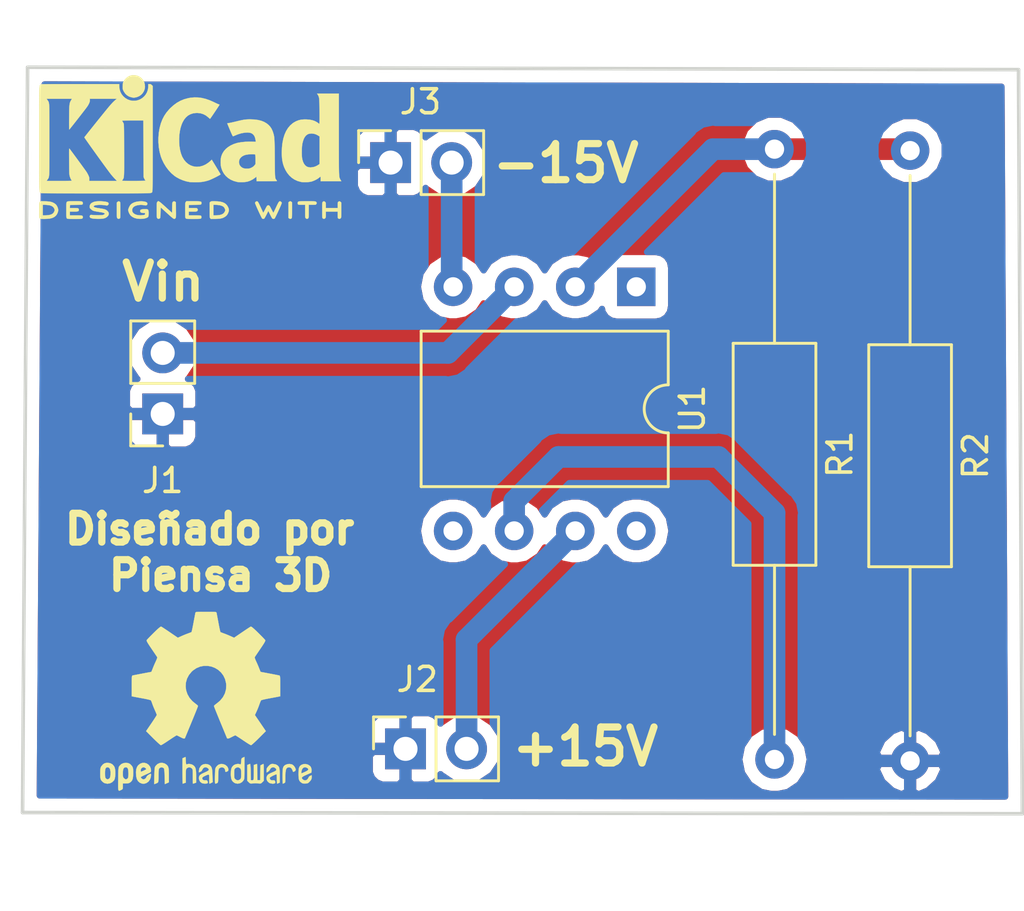
<source format=kicad_pcb>
(kicad_pcb (version 20171130) (host pcbnew 5.0.0-fee4fd1~66~ubuntu16.04.1)

  (general
    (thickness 1.6)
    (drawings 8)
    (tracks 15)
    (zones 0)
    (modules 8)
    (nets 7)
  )

  (page A4)
  (title_block
    (title "Convertidor de tensión a corriente")
    (date 2018-09-17)
    (rev 1.0)
    (company "Piensa 3D")
  )

  (layers
    (0 F.Cu signal)
    (31 B.Cu signal)
    (32 B.Adhes user)
    (33 F.Adhes user)
    (34 B.Paste user)
    (35 F.Paste user)
    (36 B.SilkS user)
    (37 F.SilkS user)
    (38 B.Mask user)
    (39 F.Mask user)
    (40 Dwgs.User user)
    (41 Cmts.User user)
    (42 Eco1.User user)
    (43 Eco2.User user)
    (44 Edge.Cuts user)
    (45 Margin user)
    (46 B.CrtYd user)
    (47 F.CrtYd user)
    (48 B.Fab user)
    (49 F.Fab user)
  )

  (setup
    (last_trace_width 0.9)
    (user_trace_width 0.5)
    (user_trace_width 0.6)
    (user_trace_width 0.9)
    (trace_clearance 0.2)
    (zone_clearance 0.508)
    (zone_45_only no)
    (trace_min 0.2)
    (segment_width 0.2)
    (edge_width 0.15)
    (via_size 0.8)
    (via_drill 0.4)
    (via_min_size 0.4)
    (via_min_drill 0.3)
    (uvia_size 0.3)
    (uvia_drill 0.1)
    (uvias_allowed no)
    (uvia_min_size 0.2)
    (uvia_min_drill 0.1)
    (pcb_text_width 0.3)
    (pcb_text_size 1.5 1.5)
    (mod_edge_width 0.15)
    (mod_text_size 1 1)
    (mod_text_width 0.15)
    (pad_size 1.524 1.524)
    (pad_drill 0.762)
    (pad_to_mask_clearance 0.2)
    (aux_axis_origin 0 0)
    (visible_elements FFFFFF7F)
    (pcbplotparams
      (layerselection 0x010fc_ffffffff)
      (usegerberextensions false)
      (usegerberattributes false)
      (usegerberadvancedattributes false)
      (creategerberjobfile false)
      (excludeedgelayer true)
      (linewidth 0.100000)
      (plotframeref false)
      (viasonmask false)
      (mode 1)
      (useauxorigin false)
      (hpglpennumber 1)
      (hpglpenspeed 20)
      (hpglpendiameter 15.000000)
      (psnegative false)
      (psa4output false)
      (plotreference true)
      (plotvalue true)
      (plotinvisibletext false)
      (padsonsilk false)
      (subtractmaskfromsilk false)
      (outputformat 1)
      (mirror false)
      (drillshape 1)
      (scaleselection 1)
      (outputdirectory ""))
  )

  (net 0 "")
  (net 1 GND)
  (net 2 "Net-(J1-Pad2)")
  (net 3 +15V)
  (net 4 -15V)
  (net 5 "Net-(R1-Pad1)")
  (net 6 "Net-(R1-Pad2)")

  (net_class Default "Esta es la clase de red por defecto."
    (clearance 0.2)
    (trace_width 0.25)
    (via_dia 0.8)
    (via_drill 0.4)
    (uvia_dia 0.3)
    (uvia_drill 0.1)
    (add_net +15V)
    (add_net -15V)
    (add_net GND)
    (add_net "Net-(J1-Pad2)")
    (add_net "Net-(R1-Pad1)")
    (add_net "Net-(R1-Pad2)")
  )

  (module Connector_PinSocket_2.54mm:PinSocket_1x02_P2.54mm_Vertical (layer F.Cu) (tedit 5A19A420) (tstamp 5BAD3A20)
    (at 109.99 57.34 180)
    (descr "Through hole straight socket strip, 1x02, 2.54mm pitch, single row (from Kicad 4.0.7), script generated")
    (tags "Through hole socket strip THT 1x02 2.54mm single row")
    (path /5BA01849)
    (fp_text reference J1 (at 0 -2.77 180) (layer F.SilkS)
      (effects (font (size 1 1) (thickness 0.15)))
    )
    (fp_text value Conn_01x02_Male (at 0 5.31 180) (layer F.Fab)
      (effects (font (size 1 1) (thickness 0.15)))
    )
    (fp_line (start -1.27 -1.27) (end 0.635 -1.27) (layer F.Fab) (width 0.1))
    (fp_line (start 0.635 -1.27) (end 1.27 -0.635) (layer F.Fab) (width 0.1))
    (fp_line (start 1.27 -0.635) (end 1.27 3.81) (layer F.Fab) (width 0.1))
    (fp_line (start 1.27 3.81) (end -1.27 3.81) (layer F.Fab) (width 0.1))
    (fp_line (start -1.27 3.81) (end -1.27 -1.27) (layer F.Fab) (width 0.1))
    (fp_line (start -1.33 1.27) (end 1.33 1.27) (layer F.SilkS) (width 0.12))
    (fp_line (start -1.33 1.27) (end -1.33 3.87) (layer F.SilkS) (width 0.12))
    (fp_line (start -1.33 3.87) (end 1.33 3.87) (layer F.SilkS) (width 0.12))
    (fp_line (start 1.33 1.27) (end 1.33 3.87) (layer F.SilkS) (width 0.12))
    (fp_line (start 1.33 -1.33) (end 1.33 0) (layer F.SilkS) (width 0.12))
    (fp_line (start 0 -1.33) (end 1.33 -1.33) (layer F.SilkS) (width 0.12))
    (fp_line (start -1.8 -1.8) (end 1.75 -1.8) (layer F.CrtYd) (width 0.05))
    (fp_line (start 1.75 -1.8) (end 1.75 4.3) (layer F.CrtYd) (width 0.05))
    (fp_line (start 1.75 4.3) (end -1.8 4.3) (layer F.CrtYd) (width 0.05))
    (fp_line (start -1.8 4.3) (end -1.8 -1.8) (layer F.CrtYd) (width 0.05))
    (fp_text user %R (at 0 1.27 270) (layer F.Fab)
      (effects (font (size 1 1) (thickness 0.15)))
    )
    (pad 1 thru_hole rect (at 0 0 180) (size 1.7 1.7) (drill 1) (layers *.Cu *.Mask)
      (net 1 GND))
    (pad 2 thru_hole oval (at 0 2.54 180) (size 1.7 1.7) (drill 1) (layers *.Cu *.Mask)
      (net 2 "Net-(J1-Pad2)"))
    (model ${KISYS3DMOD}/Connector_PinSocket_2.54mm.3dshapes/PinSocket_1x02_P2.54mm_Vertical.wrl
      (at (xyz 0 0 0))
      (scale (xyz 1 1 1))
      (rotate (xyz 0 0 0))
    )
  )

  (module Connector_PinSocket_2.54mm:PinSocket_1x02_P2.54mm_Vertical (layer F.Cu) (tedit 5A19A420) (tstamp 5BAD3A36)
    (at 120.09 71.28 90)
    (descr "Through hole straight socket strip, 1x02, 2.54mm pitch, single row (from Kicad 4.0.7), script generated")
    (tags "Through hole socket strip THT 1x02 2.54mm single row")
    (path /5BA026EB)
    (fp_text reference J2 (at 2.89 0.49 180) (layer F.SilkS)
      (effects (font (size 1 1) (thickness 0.15)))
    )
    (fp_text value Conn_01x02_Male (at 0 5.31 90) (layer F.Fab)
      (effects (font (size 1 1) (thickness 0.15)))
    )
    (fp_line (start -1.27 -1.27) (end 0.635 -1.27) (layer F.Fab) (width 0.1))
    (fp_line (start 0.635 -1.27) (end 1.27 -0.635) (layer F.Fab) (width 0.1))
    (fp_line (start 1.27 -0.635) (end 1.27 3.81) (layer F.Fab) (width 0.1))
    (fp_line (start 1.27 3.81) (end -1.27 3.81) (layer F.Fab) (width 0.1))
    (fp_line (start -1.27 3.81) (end -1.27 -1.27) (layer F.Fab) (width 0.1))
    (fp_line (start -1.33 1.27) (end 1.33 1.27) (layer F.SilkS) (width 0.12))
    (fp_line (start -1.33 1.27) (end -1.33 3.87) (layer F.SilkS) (width 0.12))
    (fp_line (start -1.33 3.87) (end 1.33 3.87) (layer F.SilkS) (width 0.12))
    (fp_line (start 1.33 1.27) (end 1.33 3.87) (layer F.SilkS) (width 0.12))
    (fp_line (start 1.33 -1.33) (end 1.33 0) (layer F.SilkS) (width 0.12))
    (fp_line (start 0 -1.33) (end 1.33 -1.33) (layer F.SilkS) (width 0.12))
    (fp_line (start -1.8 -1.8) (end 1.75 -1.8) (layer F.CrtYd) (width 0.05))
    (fp_line (start 1.75 -1.8) (end 1.75 4.3) (layer F.CrtYd) (width 0.05))
    (fp_line (start 1.75 4.3) (end -1.8 4.3) (layer F.CrtYd) (width 0.05))
    (fp_line (start -1.8 4.3) (end -1.8 -1.8) (layer F.CrtYd) (width 0.05))
    (fp_text user %R (at 0 1.27 180) (layer F.Fab)
      (effects (font (size 1 1) (thickness 0.15)))
    )
    (pad 1 thru_hole rect (at 0 0 90) (size 1.7 1.7) (drill 1) (layers *.Cu *.Mask)
      (net 1 GND))
    (pad 2 thru_hole oval (at 0 2.54 90) (size 1.7 1.7) (drill 1) (layers *.Cu *.Mask)
      (net 3 +15V))
    (model ${KISYS3DMOD}/Connector_PinSocket_2.54mm.3dshapes/PinSocket_1x02_P2.54mm_Vertical.wrl
      (at (xyz 0 0 0))
      (scale (xyz 1 1 1))
      (rotate (xyz 0 0 0))
    )
  )

  (module Connector_PinSocket_2.54mm:PinSocket_1x02_P2.54mm_Vertical (layer F.Cu) (tedit 5A19A420) (tstamp 5BAD3A4C)
    (at 119.47 46.88 90)
    (descr "Through hole straight socket strip, 1x02, 2.54mm pitch, single row (from Kicad 4.0.7), script generated")
    (tags "Through hole socket strip THT 1x02 2.54mm single row")
    (path /5BA0259D)
    (fp_text reference J3 (at 2.53 1.24 180) (layer F.SilkS)
      (effects (font (size 1 1) (thickness 0.15)))
    )
    (fp_text value Conn_01x02_Male (at 0 5.31 90) (layer F.Fab)
      (effects (font (size 1 1) (thickness 0.15)))
    )
    (fp_text user %R (at 0 1.27 180) (layer F.Fab)
      (effects (font (size 1 1) (thickness 0.15)))
    )
    (fp_line (start -1.8 4.3) (end -1.8 -1.8) (layer F.CrtYd) (width 0.05))
    (fp_line (start 1.75 4.3) (end -1.8 4.3) (layer F.CrtYd) (width 0.05))
    (fp_line (start 1.75 -1.8) (end 1.75 4.3) (layer F.CrtYd) (width 0.05))
    (fp_line (start -1.8 -1.8) (end 1.75 -1.8) (layer F.CrtYd) (width 0.05))
    (fp_line (start 0 -1.33) (end 1.33 -1.33) (layer F.SilkS) (width 0.12))
    (fp_line (start 1.33 -1.33) (end 1.33 0) (layer F.SilkS) (width 0.12))
    (fp_line (start 1.33 1.27) (end 1.33 3.87) (layer F.SilkS) (width 0.12))
    (fp_line (start -1.33 3.87) (end 1.33 3.87) (layer F.SilkS) (width 0.12))
    (fp_line (start -1.33 1.27) (end -1.33 3.87) (layer F.SilkS) (width 0.12))
    (fp_line (start -1.33 1.27) (end 1.33 1.27) (layer F.SilkS) (width 0.12))
    (fp_line (start -1.27 3.81) (end -1.27 -1.27) (layer F.Fab) (width 0.1))
    (fp_line (start 1.27 3.81) (end -1.27 3.81) (layer F.Fab) (width 0.1))
    (fp_line (start 1.27 -0.635) (end 1.27 3.81) (layer F.Fab) (width 0.1))
    (fp_line (start 0.635 -1.27) (end 1.27 -0.635) (layer F.Fab) (width 0.1))
    (fp_line (start -1.27 -1.27) (end 0.635 -1.27) (layer F.Fab) (width 0.1))
    (pad 2 thru_hole oval (at 0 2.54 90) (size 1.7 1.7) (drill 1) (layers *.Cu *.Mask)
      (net 4 -15V))
    (pad 1 thru_hole rect (at 0 0 90) (size 1.7 1.7) (drill 1) (layers *.Cu *.Mask)
      (net 1 GND))
    (model ${KISYS3DMOD}/Connector_PinSocket_2.54mm.3dshapes/PinSocket_1x02_P2.54mm_Vertical.wrl
      (at (xyz 0 0 0))
      (scale (xyz 1 1 1))
      (rotate (xyz 0 0 0))
    )
  )

  (module Resistor_THT:R_Axial_DIN0309_L9.0mm_D3.2mm_P25.40mm_Horizontal (layer F.Cu) (tedit 5AE5139B) (tstamp 5BAD3A63)
    (at 135.44 46.32 270)
    (descr "Resistor, Axial_DIN0309 series, Axial, Horizontal, pin pitch=25.4mm, 0.5W = 1/2W, length*diameter=9*3.2mm^2, http://cdn-reichelt.de/documents/datenblatt/B400/1_4W%23YAG.pdf")
    (tags "Resistor Axial_DIN0309 series Axial Horizontal pin pitch 25.4mm 0.5W = 1/2W length 9mm diameter 3.2mm")
    (path /5BA01A29)
    (fp_text reference R1 (at 12.7 -2.72 270) (layer F.SilkS)
      (effects (font (size 1 1) (thickness 0.15)))
    )
    (fp_text value RL (at 12.7 2.72 270) (layer F.Fab)
      (effects (font (size 1 1) (thickness 0.15)))
    )
    (fp_line (start 8.2 -1.6) (end 8.2 1.6) (layer F.Fab) (width 0.1))
    (fp_line (start 8.2 1.6) (end 17.2 1.6) (layer F.Fab) (width 0.1))
    (fp_line (start 17.2 1.6) (end 17.2 -1.6) (layer F.Fab) (width 0.1))
    (fp_line (start 17.2 -1.6) (end 8.2 -1.6) (layer F.Fab) (width 0.1))
    (fp_line (start 0 0) (end 8.2 0) (layer F.Fab) (width 0.1))
    (fp_line (start 25.4 0) (end 17.2 0) (layer F.Fab) (width 0.1))
    (fp_line (start 8.08 -1.72) (end 8.08 1.72) (layer F.SilkS) (width 0.12))
    (fp_line (start 8.08 1.72) (end 17.32 1.72) (layer F.SilkS) (width 0.12))
    (fp_line (start 17.32 1.72) (end 17.32 -1.72) (layer F.SilkS) (width 0.12))
    (fp_line (start 17.32 -1.72) (end 8.08 -1.72) (layer F.SilkS) (width 0.12))
    (fp_line (start 1.04 0) (end 8.08 0) (layer F.SilkS) (width 0.12))
    (fp_line (start 24.36 0) (end 17.32 0) (layer F.SilkS) (width 0.12))
    (fp_line (start -1.05 -1.85) (end -1.05 1.85) (layer F.CrtYd) (width 0.05))
    (fp_line (start -1.05 1.85) (end 26.45 1.85) (layer F.CrtYd) (width 0.05))
    (fp_line (start 26.45 1.85) (end 26.45 -1.85) (layer F.CrtYd) (width 0.05))
    (fp_line (start 26.45 -1.85) (end -1.05 -1.85) (layer F.CrtYd) (width 0.05))
    (fp_text user %R (at 12.7 0 270) (layer F.Fab)
      (effects (font (size 1 1) (thickness 0.15)))
    )
    (pad 1 thru_hole circle (at 0 0 270) (size 1.6 1.6) (drill 0.8) (layers *.Cu *.Mask)
      (net 5 "Net-(R1-Pad1)"))
    (pad 2 thru_hole oval (at 25.4 0 270) (size 1.6 1.6) (drill 0.8) (layers *.Cu *.Mask)
      (net 6 "Net-(R1-Pad2)"))
    (model ${KISYS3DMOD}/Resistor_THT.3dshapes/R_Axial_DIN0309_L9.0mm_D3.2mm_P25.40mm_Horizontal.wrl
      (at (xyz 0 0 0))
      (scale (xyz 1 1 1))
      (rotate (xyz 0 0 0))
    )
  )

  (module Resistor_THT:R_Axial_DIN0309_L9.0mm_D3.2mm_P25.40mm_Horizontal (layer F.Cu) (tedit 5AE5139B) (tstamp 5BAD3A7A)
    (at 141.08 46.38 270)
    (descr "Resistor, Axial_DIN0309 series, Axial, Horizontal, pin pitch=25.4mm, 0.5W = 1/2W, length*diameter=9*3.2mm^2, http://cdn-reichelt.de/documents/datenblatt/B400/1_4W%23YAG.pdf")
    (tags "Resistor Axial_DIN0309 series Axial Horizontal pin pitch 25.4mm 0.5W = 1/2W length 9mm diameter 3.2mm")
    (path /5BA01C3A)
    (fp_text reference R2 (at 12.7 -2.72 270) (layer F.SilkS)
      (effects (font (size 1 1) (thickness 0.15)))
    )
    (fp_text value 1k (at 12.7 2.72 270) (layer F.Fab)
      (effects (font (size 1 1) (thickness 0.15)))
    )
    (fp_text user %R (at 12.7 0 270) (layer F.Fab)
      (effects (font (size 1 1) (thickness 0.15)))
    )
    (fp_line (start 26.45 -1.85) (end -1.05 -1.85) (layer F.CrtYd) (width 0.05))
    (fp_line (start 26.45 1.85) (end 26.45 -1.85) (layer F.CrtYd) (width 0.05))
    (fp_line (start -1.05 1.85) (end 26.45 1.85) (layer F.CrtYd) (width 0.05))
    (fp_line (start -1.05 -1.85) (end -1.05 1.85) (layer F.CrtYd) (width 0.05))
    (fp_line (start 24.36 0) (end 17.32 0) (layer F.SilkS) (width 0.12))
    (fp_line (start 1.04 0) (end 8.08 0) (layer F.SilkS) (width 0.12))
    (fp_line (start 17.32 -1.72) (end 8.08 -1.72) (layer F.SilkS) (width 0.12))
    (fp_line (start 17.32 1.72) (end 17.32 -1.72) (layer F.SilkS) (width 0.12))
    (fp_line (start 8.08 1.72) (end 17.32 1.72) (layer F.SilkS) (width 0.12))
    (fp_line (start 8.08 -1.72) (end 8.08 1.72) (layer F.SilkS) (width 0.12))
    (fp_line (start 25.4 0) (end 17.2 0) (layer F.Fab) (width 0.1))
    (fp_line (start 0 0) (end 8.2 0) (layer F.Fab) (width 0.1))
    (fp_line (start 17.2 -1.6) (end 8.2 -1.6) (layer F.Fab) (width 0.1))
    (fp_line (start 17.2 1.6) (end 17.2 -1.6) (layer F.Fab) (width 0.1))
    (fp_line (start 8.2 1.6) (end 17.2 1.6) (layer F.Fab) (width 0.1))
    (fp_line (start 8.2 -1.6) (end 8.2 1.6) (layer F.Fab) (width 0.1))
    (pad 2 thru_hole oval (at 25.4 0 270) (size 1.6 1.6) (drill 0.8) (layers *.Cu *.Mask)
      (net 1 GND))
    (pad 1 thru_hole circle (at 0 0 270) (size 1.6 1.6) (drill 0.8) (layers *.Cu *.Mask)
      (net 5 "Net-(R1-Pad1)"))
    (model ${KISYS3DMOD}/Resistor_THT.3dshapes/R_Axial_DIN0309_L9.0mm_D3.2mm_P25.40mm_Horizontal.wrl
      (at (xyz 0 0 0))
      (scale (xyz 1 1 1))
      (rotate (xyz 0 0 0))
    )
  )

  (module Package_DIP:DIP-8_W10.16mm (layer F.Cu) (tedit 5A02E8C5) (tstamp 5BB81D79)
    (at 129.69 52.05 270)
    (descr "8-lead though-hole mounted DIP package, row spacing 10.16 mm (400 mils)")
    (tags "THT DIP DIL PDIP 2.54mm 10.16mm 400mil")
    (path /5BA0170B)
    (fp_text reference U1 (at 5.08 -2.33 270) (layer F.SilkS)
      (effects (font (size 1 1) (thickness 0.15)))
    )
    (fp_text value LM741 (at 5.08 9.95 270) (layer F.Fab)
      (effects (font (size 1 1) (thickness 0.15)))
    )
    (fp_arc (start 5.08 -1.33) (end 4.08 -1.33) (angle -180) (layer F.SilkS) (width 0.12))
    (fp_line (start 2.905 -1.27) (end 8.255 -1.27) (layer F.Fab) (width 0.1))
    (fp_line (start 8.255 -1.27) (end 8.255 8.89) (layer F.Fab) (width 0.1))
    (fp_line (start 8.255 8.89) (end 1.905 8.89) (layer F.Fab) (width 0.1))
    (fp_line (start 1.905 8.89) (end 1.905 -0.27) (layer F.Fab) (width 0.1))
    (fp_line (start 1.905 -0.27) (end 2.905 -1.27) (layer F.Fab) (width 0.1))
    (fp_line (start 4.08 -1.33) (end 1.845 -1.33) (layer F.SilkS) (width 0.12))
    (fp_line (start 1.845 -1.33) (end 1.845 8.95) (layer F.SilkS) (width 0.12))
    (fp_line (start 1.845 8.95) (end 8.315 8.95) (layer F.SilkS) (width 0.12))
    (fp_line (start 8.315 8.95) (end 8.315 -1.33) (layer F.SilkS) (width 0.12))
    (fp_line (start 8.315 -1.33) (end 6.08 -1.33) (layer F.SilkS) (width 0.12))
    (fp_line (start -1.05 -1.55) (end -1.05 9.15) (layer F.CrtYd) (width 0.05))
    (fp_line (start -1.05 9.15) (end 11.25 9.15) (layer F.CrtYd) (width 0.05))
    (fp_line (start 11.25 9.15) (end 11.25 -1.55) (layer F.CrtYd) (width 0.05))
    (fp_line (start 11.25 -1.55) (end -1.05 -1.55) (layer F.CrtYd) (width 0.05))
    (fp_text user %R (at 5.08 3.81 270) (layer F.Fab)
      (effects (font (size 1 1) (thickness 0.15)))
    )
    (pad 1 thru_hole rect (at 0 0 270) (size 1.6 1.6) (drill 0.8) (layers *.Cu *.Mask))
    (pad 5 thru_hole oval (at 10.16 7.62 270) (size 1.6 1.6) (drill 0.8) (layers *.Cu *.Mask))
    (pad 2 thru_hole oval (at 0 2.54 270) (size 1.6 1.6) (drill 0.8) (layers *.Cu *.Mask)
      (net 5 "Net-(R1-Pad1)"))
    (pad 6 thru_hole oval (at 10.16 5.08 270) (size 1.6 1.6) (drill 0.8) (layers *.Cu *.Mask)
      (net 6 "Net-(R1-Pad2)"))
    (pad 3 thru_hole oval (at 0 5.08 270) (size 1.6 1.6) (drill 0.8) (layers *.Cu *.Mask)
      (net 2 "Net-(J1-Pad2)"))
    (pad 7 thru_hole oval (at 10.16 2.54 270) (size 1.6 1.6) (drill 0.8) (layers *.Cu *.Mask)
      (net 3 +15V))
    (pad 4 thru_hole oval (at 0 7.62 270) (size 1.6 1.6) (drill 0.8) (layers *.Cu *.Mask)
      (net 4 -15V))
    (pad 8 thru_hole oval (at 10.16 0 270) (size 1.6 1.6) (drill 0.8) (layers *.Cu *.Mask))
    (model ${KISYS3DMOD}/Package_DIP.3dshapes/DIP-8_W10.16mm.wrl
      (at (xyz 0 0 0))
      (scale (xyz 1 1 1))
      (rotate (xyz 0 0 0))
    )
  )

  (module Symbol:KiCad-Logo2_6mm_SilkScreen (layer F.Cu) (tedit 0) (tstamp 5BB81B6B)
    (at 111.13 46.22)
    (descr "KiCad Logo")
    (tags "Logo KiCad")
    (attr virtual)
    (fp_text reference REF** (at 0 0) (layer F.SilkS) hide
      (effects (font (size 1 1) (thickness 0.15)))
    )
    (fp_text value KiCad-Logo2_6mm_SilkScreen (at 0.75 0) (layer F.Fab) hide
      (effects (font (size 1 1) (thickness 0.15)))
    )
    (fp_poly (pts (xy -2.273043 -2.973429) (xy -2.176768 -2.949191) (xy -2.090184 -2.906359) (xy -2.015373 -2.846581)
      (xy -1.954418 -2.771506) (xy -1.909399 -2.68278) (xy -1.883136 -2.58647) (xy -1.877286 -2.489205)
      (xy -1.89214 -2.395346) (xy -1.92584 -2.307489) (xy -1.976528 -2.22823) (xy -2.042345 -2.160164)
      (xy -2.121434 -2.105888) (xy -2.211934 -2.067998) (xy -2.2632 -2.055574) (xy -2.307698 -2.048053)
      (xy -2.341999 -2.045081) (xy -2.37496 -2.046906) (xy -2.415434 -2.053775) (xy -2.448531 -2.06075)
      (xy -2.541947 -2.092259) (xy -2.625619 -2.143383) (xy -2.697665 -2.212571) (xy -2.7562 -2.298272)
      (xy -2.770148 -2.325511) (xy -2.786586 -2.361878) (xy -2.796894 -2.392418) (xy -2.80246 -2.42455)
      (xy -2.804669 -2.465693) (xy -2.804948 -2.511778) (xy -2.800861 -2.596135) (xy -2.787446 -2.665414)
      (xy -2.762256 -2.726039) (xy -2.722846 -2.784433) (xy -2.684298 -2.828698) (xy -2.612406 -2.894516)
      (xy -2.537313 -2.939947) (xy -2.454562 -2.96715) (xy -2.376928 -2.977424) (xy -2.273043 -2.973429)) (layer F.SilkS) (width 0.01))
    (fp_poly (pts (xy 6.186507 -0.527755) (xy 6.186526 -0.293338) (xy 6.186552 -0.080397) (xy 6.186625 0.112168)
      (xy 6.186782 0.285459) (xy 6.187064 0.440576) (xy 6.187509 0.57862) (xy 6.188156 0.700692)
      (xy 6.189045 0.807894) (xy 6.190213 0.901326) (xy 6.191701 0.98209) (xy 6.193546 1.051286)
      (xy 6.195789 1.110015) (xy 6.198469 1.159379) (xy 6.201623 1.200478) (xy 6.205292 1.234413)
      (xy 6.209513 1.262286) (xy 6.214327 1.285198) (xy 6.219773 1.304249) (xy 6.225888 1.32054)
      (xy 6.232712 1.335173) (xy 6.240285 1.349249) (xy 6.248645 1.363868) (xy 6.253839 1.372974)
      (xy 6.288104 1.433689) (xy 5.429955 1.433689) (xy 5.429955 1.337733) (xy 5.429224 1.29437)
      (xy 5.427272 1.261205) (xy 5.424463 1.243424) (xy 5.423221 1.241778) (xy 5.411799 1.248662)
      (xy 5.389084 1.266505) (xy 5.366385 1.285879) (xy 5.3118 1.326614) (xy 5.242321 1.367617)
      (xy 5.16527 1.405123) (xy 5.087965 1.435364) (xy 5.057113 1.445012) (xy 4.988616 1.459578)
      (xy 4.905764 1.469539) (xy 4.816371 1.474583) (xy 4.728248 1.474396) (xy 4.649207 1.468666)
      (xy 4.611511 1.462858) (xy 4.473414 1.424797) (xy 4.346113 1.367073) (xy 4.230292 1.290211)
      (xy 4.126637 1.194739) (xy 4.035833 1.081179) (xy 3.969031 0.970381) (xy 3.914164 0.853625)
      (xy 3.872163 0.734276) (xy 3.842167 0.608283) (xy 3.823311 0.471594) (xy 3.814732 0.320158)
      (xy 3.814006 0.242711) (xy 3.8161 0.185934) (xy 4.645217 0.185934) (xy 4.645424 0.279002)
      (xy 4.648337 0.366692) (xy 4.654 0.443772) (xy 4.662455 0.505009) (xy 4.665038 0.51735)
      (xy 4.69684 0.624633) (xy 4.738498 0.711658) (xy 4.790363 0.778642) (xy 4.852781 0.825805)
      (xy 4.9261 0.853365) (xy 5.010669 0.861541) (xy 5.106835 0.850551) (xy 5.170311 0.834829)
      (xy 5.219454 0.816639) (xy 5.273583 0.790791) (xy 5.314244 0.767089) (xy 5.3848 0.720721)
      (xy 5.3848 -0.42947) (xy 5.317392 -0.473038) (xy 5.238867 -0.51396) (xy 5.154681 -0.540611)
      (xy 5.069557 -0.552535) (xy 4.988216 -0.549278) (xy 4.91538 -0.530385) (xy 4.883426 -0.514816)
      (xy 4.825501 -0.471819) (xy 4.776544 -0.415047) (xy 4.73539 -0.342425) (xy 4.700874 -0.251879)
      (xy 4.671833 -0.141334) (xy 4.670552 -0.135467) (xy 4.660381 -0.073212) (xy 4.652739 0.004594)
      (xy 4.64767 0.09272) (xy 4.645217 0.185934) (xy 3.8161 0.185934) (xy 3.821857 0.029895)
      (xy 3.843802 -0.165941) (xy 3.879786 -0.344668) (xy 3.929759 -0.506155) (xy 3.993668 -0.650274)
      (xy 4.071462 -0.776894) (xy 4.163089 -0.885885) (xy 4.268497 -0.977117) (xy 4.313662 -1.008068)
      (xy 4.414611 -1.064215) (xy 4.517901 -1.103826) (xy 4.627989 -1.127986) (xy 4.74933 -1.137781)
      (xy 4.841836 -1.136735) (xy 4.97149 -1.125769) (xy 5.084084 -1.103954) (xy 5.182875 -1.070286)
      (xy 5.271121 -1.023764) (xy 5.319986 -0.989552) (xy 5.349353 -0.967638) (xy 5.371043 -0.952667)
      (xy 5.379253 -0.948267) (xy 5.380868 -0.959096) (xy 5.382159 -0.989749) (xy 5.383138 -1.037474)
      (xy 5.383817 -1.099521) (xy 5.38421 -1.173138) (xy 5.38433 -1.255573) (xy 5.384188 -1.344075)
      (xy 5.383797 -1.435893) (xy 5.383171 -1.528276) (xy 5.38232 -1.618472) (xy 5.38126 -1.703729)
      (xy 5.380001 -1.781297) (xy 5.378556 -1.848424) (xy 5.376938 -1.902359) (xy 5.375161 -1.94035)
      (xy 5.374669 -1.947333) (xy 5.367092 -2.017749) (xy 5.355531 -2.072898) (xy 5.337792 -2.120019)
      (xy 5.311682 -2.166353) (xy 5.305415 -2.175933) (xy 5.280983 -2.212622) (xy 6.186311 -2.212622)
      (xy 6.186507 -0.527755)) (layer F.SilkS) (width 0.01))
    (fp_poly (pts (xy 2.673574 -1.133448) (xy 2.825492 -1.113433) (xy 2.960756 -1.079798) (xy 3.080239 -1.032275)
      (xy 3.184815 -0.970595) (xy 3.262424 -0.907035) (xy 3.331265 -0.832901) (xy 3.385006 -0.753129)
      (xy 3.42791 -0.660909) (xy 3.443384 -0.617839) (xy 3.456244 -0.578858) (xy 3.467446 -0.542711)
      (xy 3.47712 -0.507566) (xy 3.485396 -0.47159) (xy 3.492403 -0.43295) (xy 3.498272 -0.389815)
      (xy 3.503131 -0.340351) (xy 3.50711 -0.282727) (xy 3.51034 -0.215109) (xy 3.512949 -0.135666)
      (xy 3.515067 -0.042564) (xy 3.516824 0.066027) (xy 3.518349 0.191942) (xy 3.519772 0.337012)
      (xy 3.521025 0.479778) (xy 3.522351 0.635968) (xy 3.523556 0.771239) (xy 3.524766 0.887246)
      (xy 3.526106 0.985645) (xy 3.5277 1.068093) (xy 3.529675 1.136246) (xy 3.532156 1.19176)
      (xy 3.535269 1.236292) (xy 3.539138 1.271498) (xy 3.543889 1.299034) (xy 3.549648 1.320556)
      (xy 3.556539 1.337722) (xy 3.564689 1.352186) (xy 3.574223 1.365606) (xy 3.585266 1.379638)
      (xy 3.589566 1.385071) (xy 3.605386 1.40791) (xy 3.612422 1.423463) (xy 3.612444 1.423922)
      (xy 3.601567 1.426121) (xy 3.570582 1.428147) (xy 3.521957 1.429942) (xy 3.458163 1.431451)
      (xy 3.381669 1.432616) (xy 3.294944 1.43338) (xy 3.200457 1.433686) (xy 3.18955 1.433689)
      (xy 2.766657 1.433689) (xy 2.763395 1.337622) (xy 2.760133 1.241556) (xy 2.698044 1.292543)
      (xy 2.600714 1.360057) (xy 2.490813 1.414749) (xy 2.404349 1.444978) (xy 2.335278 1.459666)
      (xy 2.251925 1.469659) (xy 2.162159 1.474646) (xy 2.073845 1.474313) (xy 1.994851 1.468351)
      (xy 1.958622 1.462638) (xy 1.818603 1.424776) (xy 1.692178 1.369932) (xy 1.58026 1.298924)
      (xy 1.483762 1.212568) (xy 1.4036 1.111679) (xy 1.340687 0.997076) (xy 1.296312 0.870984)
      (xy 1.283978 0.814401) (xy 1.276368 0.752202) (xy 1.272739 0.677363) (xy 1.272245 0.643467)
      (xy 1.27231 0.640282) (xy 2.032248 0.640282) (xy 2.041541 0.715333) (xy 2.069728 0.77916)
      (xy 2.118197 0.834798) (xy 2.123254 0.839211) (xy 2.171548 0.874037) (xy 2.223257 0.89662)
      (xy 2.283989 0.90854) (xy 2.359352 0.911383) (xy 2.377459 0.910978) (xy 2.431278 0.908325)
      (xy 2.471308 0.902909) (xy 2.506324 0.892745) (xy 2.545103 0.87585) (xy 2.555745 0.870672)
      (xy 2.616396 0.834844) (xy 2.663215 0.792212) (xy 2.675952 0.776973) (xy 2.720622 0.720462)
      (xy 2.720622 0.524586) (xy 2.720086 0.445939) (xy 2.718396 0.387988) (xy 2.715428 0.348875)
      (xy 2.711057 0.326741) (xy 2.706972 0.320274) (xy 2.691047 0.317111) (xy 2.657264 0.314488)
      (xy 2.61034 0.312655) (xy 2.554993 0.311857) (xy 2.546106 0.311842) (xy 2.42533 0.317096)
      (xy 2.32266 0.333263) (xy 2.236106 0.360961) (xy 2.163681 0.400808) (xy 2.108751 0.447758)
      (xy 2.064204 0.505645) (xy 2.03948 0.568693) (xy 2.032248 0.640282) (xy 1.27231 0.640282)
      (xy 1.274178 0.549712) (xy 1.282522 0.470812) (xy 1.298768 0.39959) (xy 1.324405 0.328864)
      (xy 1.348401 0.276493) (xy 1.40702 0.181196) (xy 1.485117 0.09317) (xy 1.580315 0.014017)
      (xy 1.690238 -0.05466) (xy 1.81251 -0.111259) (xy 1.944755 -0.154179) (xy 2.009422 -0.169118)
      (xy 2.145604 -0.191223) (xy 2.294049 -0.205806) (xy 2.445505 -0.212187) (xy 2.572064 -0.210555)
      (xy 2.73395 -0.203776) (xy 2.72653 -0.262755) (xy 2.707238 -0.361908) (xy 2.676104 -0.442628)
      (xy 2.632269 -0.505534) (xy 2.574871 -0.551244) (xy 2.503048 -0.580378) (xy 2.415941 -0.593553)
      (xy 2.312686 -0.591389) (xy 2.274711 -0.587388) (xy 2.13352 -0.56222) (xy 1.996707 -0.521186)
      (xy 1.902178 -0.483185) (xy 1.857018 -0.46381) (xy 1.818585 -0.44824) (xy 1.792234 -0.438595)
      (xy 1.784546 -0.436548) (xy 1.774802 -0.445626) (xy 1.758083 -0.474595) (xy 1.734232 -0.523783)
      (xy 1.703093 -0.593516) (xy 1.664507 -0.684121) (xy 1.65791 -0.699911) (xy 1.627853 -0.772228)
      (xy 1.600874 -0.837575) (xy 1.578136 -0.893094) (xy 1.560806 -0.935928) (xy 1.550048 -0.963219)
      (xy 1.546941 -0.972058) (xy 1.55694 -0.976813) (xy 1.583217 -0.98209) (xy 1.611489 -0.985769)
      (xy 1.641646 -0.990526) (xy 1.689433 -0.999972) (xy 1.750612 -1.01318) (xy 1.820946 -1.029224)
      (xy 1.896194 -1.04718) (xy 1.924755 -1.054203) (xy 2.029816 -1.079791) (xy 2.11748 -1.099853)
      (xy 2.192068 -1.115031) (xy 2.257903 -1.125965) (xy 2.319307 -1.133296) (xy 2.380602 -1.137665)
      (xy 2.44611 -1.139713) (xy 2.504128 -1.140111) (xy 2.673574 -1.133448)) (layer F.SilkS) (width 0.01))
    (fp_poly (pts (xy 0.328429 -2.050929) (xy 0.48857 -2.029755) (xy 0.65251 -1.989615) (xy 0.822313 -1.930111)
      (xy 1.000043 -1.850846) (xy 1.01131 -1.845301) (xy 1.069005 -1.817275) (xy 1.120552 -1.793198)
      (xy 1.162191 -1.774751) (xy 1.190162 -1.763614) (xy 1.199733 -1.761067) (xy 1.21895 -1.756059)
      (xy 1.223561 -1.751853) (xy 1.218458 -1.74142) (xy 1.202418 -1.715132) (xy 1.177288 -1.675743)
      (xy 1.144914 -1.626009) (xy 1.107143 -1.568685) (xy 1.065822 -1.506524) (xy 1.022798 -1.442282)
      (xy 0.979917 -1.378715) (xy 0.939026 -1.318575) (xy 0.901971 -1.26462) (xy 0.8706 -1.219603)
      (xy 0.846759 -1.186279) (xy 0.832294 -1.167403) (xy 0.830309 -1.165213) (xy 0.820191 -1.169862)
      (xy 0.79785 -1.187038) (xy 0.76728 -1.21356) (xy 0.751536 -1.228036) (xy 0.655047 -1.303318)
      (xy 0.548336 -1.358759) (xy 0.432832 -1.393859) (xy 0.309962 -1.40812) (xy 0.240561 -1.406949)
      (xy 0.119423 -1.389788) (xy 0.010205 -1.353906) (xy -0.087418 -1.299041) (xy -0.173772 -1.22493)
      (xy -0.249185 -1.131312) (xy -0.313982 -1.017924) (xy -0.351399 -0.931333) (xy -0.395252 -0.795634)
      (xy -0.427572 -0.64815) (xy -0.448443 -0.492686) (xy -0.457949 -0.333044) (xy -0.456173 -0.173027)
      (xy -0.443197 -0.016439) (xy -0.419106 0.132918) (xy -0.383982 0.27124) (xy -0.337908 0.394724)
      (xy -0.321627 0.428978) (xy -0.25338 0.543064) (xy -0.172921 0.639557) (xy -0.08143 0.71767)
      (xy 0.019911 0.776617) (xy 0.12992 0.815612) (xy 0.247415 0.833868) (xy 0.288883 0.835211)
      (xy 0.410441 0.82429) (xy 0.530878 0.791474) (xy 0.648666 0.737439) (xy 0.762277 0.662865)
      (xy 0.853685 0.584539) (xy 0.900215 0.540008) (xy 1.081483 0.837271) (xy 1.12658 0.911433)
      (xy 1.167819 0.979646) (xy 1.203735 1.039459) (xy 1.232866 1.08842) (xy 1.25375 1.124079)
      (xy 1.264924 1.143984) (xy 1.266375 1.147079) (xy 1.258146 1.156718) (xy 1.232567 1.173999)
      (xy 1.192873 1.197283) (xy 1.142297 1.224934) (xy 1.084074 1.255315) (xy 1.021437 1.28679)
      (xy 0.957621 1.317722) (xy 0.89586 1.346473) (xy 0.839388 1.371408) (xy 0.791438 1.390889)
      (xy 0.767986 1.399318) (xy 0.634221 1.437133) (xy 0.496327 1.462136) (xy 0.348622 1.47514)
      (xy 0.221833 1.477468) (xy 0.153878 1.476373) (xy 0.088277 1.474275) (xy 0.030847 1.471434)
      (xy -0.012597 1.468106) (xy -0.026702 1.466422) (xy -0.165716 1.437587) (xy -0.307243 1.392468)
      (xy -0.444725 1.33375) (xy -0.571606 1.26412) (xy -0.649111 1.211441) (xy -0.776519 1.103239)
      (xy -0.894822 0.976671) (xy -1.001828 0.834866) (xy -1.095348 0.680951) (xy -1.17319 0.518053)
      (xy -1.217044 0.400756) (xy -1.267292 0.217128) (xy -1.300791 0.022581) (xy -1.317551 -0.178675)
      (xy -1.317584 -0.382432) (xy -1.300899 -0.584479) (xy -1.267507 -0.780608) (xy -1.21742 -0.966609)
      (xy -1.213603 -0.978197) (xy -1.150719 -1.14025) (xy -1.073972 -1.288168) (xy -0.980758 -1.426135)
      (xy -0.868473 -1.558339) (xy -0.824608 -1.603601) (xy -0.688466 -1.727543) (xy -0.548509 -1.830085)
      (xy -0.402589 -1.912344) (xy -0.248558 -1.975436) (xy -0.084268 -2.020477) (xy 0.011289 -2.037967)
      (xy 0.170023 -2.053534) (xy 0.328429 -2.050929)) (layer F.SilkS) (width 0.01))
    (fp_poly (pts (xy -2.9464 -2.510946) (xy -2.935535 -2.397007) (xy -2.903918 -2.289384) (xy -2.853015 -2.190385)
      (xy -2.784293 -2.102316) (xy -2.699219 -2.027484) (xy -2.602232 -1.969616) (xy -2.495964 -1.929995)
      (xy -2.38895 -1.911427) (xy -2.2833 -1.912566) (xy -2.181125 -1.93207) (xy -2.084534 -1.968594)
      (xy -1.995638 -2.020795) (xy -1.916546 -2.087327) (xy -1.849369 -2.166848) (xy -1.796217 -2.258013)
      (xy -1.759199 -2.359477) (xy -1.740427 -2.469898) (xy -1.738489 -2.519794) (xy -1.738489 -2.607733)
      (xy -1.68656 -2.607733) (xy -1.650253 -2.604889) (xy -1.623355 -2.593089) (xy -1.596249 -2.569351)
      (xy -1.557867 -2.530969) (xy -1.557867 -0.339398) (xy -1.557876 -0.077261) (xy -1.557908 0.163241)
      (xy -1.557972 0.383048) (xy -1.558076 0.583101) (xy -1.558227 0.764344) (xy -1.558434 0.927716)
      (xy -1.558706 1.07416) (xy -1.55905 1.204617) (xy -1.559474 1.320029) (xy -1.559987 1.421338)
      (xy -1.560597 1.509484) (xy -1.561312 1.58541) (xy -1.56214 1.650057) (xy -1.563089 1.704367)
      (xy -1.564167 1.74928) (xy -1.565383 1.78574) (xy -1.566745 1.814687) (xy -1.568261 1.837063)
      (xy -1.569938 1.853809) (xy -1.571786 1.865868) (xy -1.573813 1.87418) (xy -1.576025 1.879687)
      (xy -1.577108 1.881537) (xy -1.581271 1.888549) (xy -1.584805 1.894996) (xy -1.588635 1.9009)
      (xy -1.593682 1.906286) (xy -1.600871 1.911178) (xy -1.611123 1.915598) (xy -1.625364 1.919572)
      (xy -1.644514 1.923121) (xy -1.669499 1.92627) (xy -1.70124 1.929042) (xy -1.740662 1.931461)
      (xy -1.788686 1.933551) (xy -1.846237 1.935335) (xy -1.914237 1.936837) (xy -1.99361 1.93808)
      (xy -2.085279 1.939089) (xy -2.190166 1.939885) (xy -2.309196 1.940494) (xy -2.44329 1.940939)
      (xy -2.593373 1.941243) (xy -2.760367 1.94143) (xy -2.945196 1.941524) (xy -3.148783 1.941548)
      (xy -3.37205 1.941525) (xy -3.615922 1.94148) (xy -3.881321 1.941437) (xy -3.919704 1.941432)
      (xy -4.186682 1.941389) (xy -4.432002 1.941318) (xy -4.656583 1.941213) (xy -4.861345 1.941066)
      (xy -5.047206 1.940869) (xy -5.215088 1.940616) (xy -5.365908 1.9403) (xy -5.500587 1.939913)
      (xy -5.620044 1.939447) (xy -5.725199 1.938897) (xy -5.816971 1.938253) (xy -5.896279 1.937511)
      (xy -5.964043 1.936661) (xy -6.021182 1.935697) (xy -6.068617 1.934611) (xy -6.107266 1.933397)
      (xy -6.138049 1.932047) (xy -6.161885 1.930555) (xy -6.179694 1.928911) (xy -6.192395 1.927111)
      (xy -6.200908 1.925145) (xy -6.205266 1.923477) (xy -6.213728 1.919906) (xy -6.221497 1.91727)
      (xy -6.228602 1.914634) (xy -6.235073 1.911062) (xy -6.240939 1.905621) (xy -6.246229 1.897375)
      (xy -6.250974 1.88539) (xy -6.255202 1.868731) (xy -6.258943 1.846463) (xy -6.262227 1.817652)
      (xy -6.265083 1.781363) (xy -6.26754 1.736661) (xy -6.269629 1.682611) (xy -6.271378 1.618279)
      (xy -6.272817 1.54273) (xy -6.273976 1.45503) (xy -6.274883 1.354243) (xy -6.275569 1.239434)
      (xy -6.276063 1.10967) (xy -6.276395 0.964015) (xy -6.276593 0.801535) (xy -6.276687 0.621295)
      (xy -6.276708 0.42236) (xy -6.276685 0.203796) (xy -6.276646 -0.035332) (xy -6.276622 -0.29596)
      (xy -6.276622 -0.338111) (xy -6.276636 -0.601008) (xy -6.276661 -0.842268) (xy -6.276671 -1.062835)
      (xy -6.276642 -1.263648) (xy -6.276548 -1.445651) (xy -6.276362 -1.609784) (xy -6.276059 -1.756989)
      (xy -6.275614 -1.888208) (xy -6.275034 -1.998133) (xy -5.972197 -1.998133) (xy -5.932407 -1.940289)
      (xy -5.921236 -1.924521) (xy -5.911166 -1.910559) (xy -5.902138 -1.897216) (xy -5.894097 -1.883307)
      (xy -5.886986 -1.867644) (xy -5.880747 -1.849042) (xy -5.875325 -1.826314) (xy -5.870662 -1.798273)
      (xy -5.866701 -1.763733) (xy -5.863385 -1.721508) (xy -5.860659 -1.670411) (xy -5.858464 -1.609256)
      (xy -5.856745 -1.536856) (xy -5.855444 -1.452025) (xy -5.854505 -1.353578) (xy -5.85387 -1.240326)
      (xy -5.853484 -1.111084) (xy -5.853288 -0.964666) (xy -5.853227 -0.799884) (xy -5.853243 -0.615553)
      (xy -5.85328 -0.410487) (xy -5.853289 -0.287867) (xy -5.853265 -0.070918) (xy -5.853231 0.124642)
      (xy -5.853243 0.299999) (xy -5.853358 0.456341) (xy -5.85363 0.594857) (xy -5.854118 0.716734)
      (xy -5.854876 0.82316) (xy -5.855962 0.915322) (xy -5.857431 0.994409) (xy -5.85934 1.061608)
      (xy -5.861744 1.118107) (xy -5.864701 1.165093) (xy -5.868266 1.203755) (xy -5.872495 1.23528)
      (xy -5.877446 1.260855) (xy -5.883173 1.28167) (xy -5.889733 1.298911) (xy -5.897183 1.313765)
      (xy -5.905579 1.327422) (xy -5.914976 1.341069) (xy -5.925432 1.355893) (xy -5.931523 1.364783)
      (xy -5.970296 1.4224) (xy -5.438732 1.4224) (xy -5.315483 1.422365) (xy -5.212987 1.422215)
      (xy -5.12942 1.421878) (xy -5.062956 1.421286) (xy -5.011771 1.420367) (xy -4.974041 1.419051)
      (xy -4.94794 1.417269) (xy -4.931644 1.414951) (xy -4.923328 1.412026) (xy -4.921168 1.408424)
      (xy -4.923339 1.404075) (xy -4.924535 1.402645) (xy -4.949685 1.365573) (xy -4.975583 1.312772)
      (xy -4.999192 1.25077) (xy -5.007461 1.224357) (xy -5.012078 1.206416) (xy -5.015979 1.185355)
      (xy -5.019248 1.159089) (xy -5.021966 1.125532) (xy -5.024215 1.082599) (xy -5.026077 1.028204)
      (xy -5.027636 0.960262) (xy -5.028972 0.876688) (xy -5.030169 0.775395) (xy -5.031308 0.6543)
      (xy -5.031685 0.6096) (xy -5.032702 0.484449) (xy -5.03346 0.380082) (xy -5.033903 0.294707)
      (xy -5.03397 0.226533) (xy -5.033605 0.173765) (xy -5.032748 0.134614) (xy -5.031341 0.107285)
      (xy -5.029325 0.089986) (xy -5.026643 0.080926) (xy -5.023236 0.078312) (xy -5.019044 0.080351)
      (xy -5.014571 0.084667) (xy -5.004216 0.097602) (xy -4.982158 0.126676) (xy -4.949957 0.169759)
      (xy -4.909174 0.224718) (xy -4.86137 0.289423) (xy -4.808105 0.361742) (xy -4.75094 0.439544)
      (xy -4.691437 0.520698) (xy -4.631155 0.603072) (xy -4.571655 0.684536) (xy -4.514498 0.762957)
      (xy -4.461245 0.836204) (xy -4.413457 0.902147) (xy -4.372693 0.958654) (xy -4.340516 1.003593)
      (xy -4.318485 1.034834) (xy -4.313917 1.041466) (xy -4.290996 1.078369) (xy -4.264188 1.126359)
      (xy -4.238789 1.175897) (xy -4.235568 1.182577) (xy -4.21389 1.230772) (xy -4.201304 1.268334)
      (xy -4.195574 1.30416) (xy -4.194456 1.3462) (xy -4.19509 1.4224) (xy -3.040651 1.4224)
      (xy -3.131815 1.328669) (xy -3.178612 1.278775) (xy -3.228899 1.222295) (xy -3.274944 1.168026)
      (xy -3.295369 1.142673) (xy -3.325807 1.103128) (xy -3.365862 1.049916) (xy -3.414361 0.984667)
      (xy -3.470135 0.909011) (xy -3.532011 0.824577) (xy -3.598819 0.732994) (xy -3.669387 0.635892)
      (xy -3.742545 0.534901) (xy -3.817121 0.43165) (xy -3.891944 0.327768) (xy -3.965843 0.224885)
      (xy -4.037646 0.124631) (xy -4.106184 0.028636) (xy -4.170284 -0.061473) (xy -4.228775 -0.144064)
      (xy -4.280486 -0.217508) (xy -4.324247 -0.280176) (xy -4.358885 -0.330439) (xy -4.38323 -0.366666)
      (xy -4.396111 -0.387229) (xy -4.397869 -0.391332) (xy -4.38991 -0.402658) (xy -4.369115 -0.429838)
      (xy -4.336847 -0.471171) (xy -4.29447 -0.524956) (xy -4.243347 -0.589494) (xy -4.184841 -0.663082)
      (xy -4.120314 -0.744022) (xy -4.051131 -0.830612) (xy -3.978653 -0.921152) (xy -3.904246 -1.01394)
      (xy -3.844517 -1.088298) (xy -2.833511 -1.088298) (xy -2.827602 -1.075341) (xy -2.813272 -1.053092)
      (xy -2.812225 -1.051609) (xy -2.793438 -1.021456) (xy -2.773791 -0.984625) (xy -2.769892 -0.976489)
      (xy -2.766356 -0.96806) (xy -2.76323 -0.957941) (xy -2.760486 -0.94474) (xy -2.758092 -0.927062)
      (xy -2.756019 -0.903516) (xy -2.754235 -0.872707) (xy -2.752712 -0.833243) (xy -2.751419 -0.783731)
      (xy -2.750326 -0.722777) (xy -2.749403 -0.648989) (xy -2.748619 -0.560972) (xy -2.747945 -0.457335)
      (xy -2.74735 -0.336684) (xy -2.746805 -0.197626) (xy -2.746279 -0.038768) (xy -2.745745 0.140089)
      (xy -2.745206 0.325207) (xy -2.744772 0.489145) (xy -2.744509 0.633303) (xy -2.744484 0.759079)
      (xy -2.744765 0.867871) (xy -2.745419 0.961077) (xy -2.746514 1.040097) (xy -2.748118 1.106328)
      (xy -2.750297 1.16117) (xy -2.753119 1.206021) (xy -2.756651 1.242278) (xy -2.760961 1.271341)
      (xy -2.766117 1.294609) (xy -2.772185 1.313479) (xy -2.779233 1.329351) (xy -2.787329 1.343622)
      (xy -2.79654 1.357691) (xy -2.80504 1.370158) (xy -2.822176 1.396452) (xy -2.832322 1.414037)
      (xy -2.833511 1.417257) (xy -2.822604 1.418334) (xy -2.791411 1.419335) (xy -2.742223 1.420235)
      (xy -2.677333 1.42101) (xy -2.59903 1.421637) (xy -2.509607 1.422091) (xy -2.411356 1.422349)
      (xy -2.342445 1.4224) (xy -2.237452 1.42218) (xy -2.14061 1.421548) (xy -2.054107 1.420549)
      (xy -1.980132 1.419227) (xy -1.920874 1.417626) (xy -1.87852 1.415791) (xy -1.85526 1.413765)
      (xy -1.851378 1.412493) (xy -1.859076 1.397591) (xy -1.867074 1.38956) (xy -1.880246 1.372434)
      (xy -1.897485 1.342183) (xy -1.909407 1.317622) (xy -1.936045 1.258711) (xy -1.93912 0.081845)
      (xy -1.942195 -1.095022) (xy -2.387853 -1.095022) (xy -2.48567 -1.094858) (xy -2.576064 -1.094389)
      (xy -2.65663 -1.093653) (xy -2.724962 -1.092684) (xy -2.778656 -1.09152) (xy -2.815305 -1.090197)
      (xy -2.832504 -1.088751) (xy -2.833511 -1.088298) (xy -3.844517 -1.088298) (xy -3.82927 -1.107278)
      (xy -3.75509 -1.199463) (xy -3.683069 -1.288796) (xy -3.614569 -1.373576) (xy -3.550955 -1.452102)
      (xy -3.493588 -1.522674) (xy -3.443833 -1.583591) (xy -3.403052 -1.633153) (xy -3.385888 -1.653822)
      (xy -3.299596 -1.754484) (xy -3.222997 -1.837741) (xy -3.154183 -1.905562) (xy -3.091248 -1.959911)
      (xy -3.081867 -1.967278) (xy -3.042356 -1.997883) (xy -4.174116 -1.998133) (xy -4.168827 -1.950156)
      (xy -4.17213 -1.892812) (xy -4.193661 -1.824537) (xy -4.233635 -1.744788) (xy -4.278943 -1.672505)
      (xy -4.295161 -1.64986) (xy -4.323214 -1.612304) (xy -4.36143 -1.561979) (xy -4.408137 -1.501027)
      (xy -4.461661 -1.431589) (xy -4.520331 -1.355806) (xy -4.582475 -1.27582) (xy -4.646421 -1.193772)
      (xy -4.710495 -1.111804) (xy -4.773027 -1.032057) (xy -4.832343 -0.956673) (xy -4.886771 -0.887793)
      (xy -4.934639 -0.827558) (xy -4.974275 -0.778111) (xy -5.004006 -0.741592) (xy -5.022161 -0.720142)
      (xy -5.02522 -0.716844) (xy -5.028079 -0.724851) (xy -5.030293 -0.755145) (xy -5.031857 -0.807444)
      (xy -5.032767 -0.881469) (xy -5.03302 -0.976937) (xy -5.032613 -1.093566) (xy -5.031704 -1.213555)
      (xy -5.030382 -1.345667) (xy -5.028857 -1.457406) (xy -5.026881 -1.550975) (xy -5.024206 -1.628581)
      (xy -5.020582 -1.692426) (xy -5.015761 -1.744717) (xy -5.009494 -1.787656) (xy -5.001532 -1.823449)
      (xy -4.991627 -1.8543) (xy -4.979531 -1.882414) (xy -4.964993 -1.909995) (xy -4.950311 -1.935034)
      (xy -4.912314 -1.998133) (xy -5.972197 -1.998133) (xy -6.275034 -1.998133) (xy -6.275001 -2.004383)
      (xy -6.274195 -2.106456) (xy -6.27317 -2.195367) (xy -6.2719 -2.272059) (xy -6.27036 -2.337473)
      (xy -6.268524 -2.392551) (xy -6.266367 -2.438235) (xy -6.263863 -2.475466) (xy -6.260987 -2.505187)
      (xy -6.257713 -2.528338) (xy -6.254015 -2.545861) (xy -6.249869 -2.558699) (xy -6.245247 -2.567792)
      (xy -6.240126 -2.574082) (xy -6.234478 -2.578512) (xy -6.228279 -2.582022) (xy -6.221504 -2.585555)
      (xy -6.215508 -2.589124) (xy -6.210275 -2.5917) (xy -6.202099 -2.594028) (xy -6.189886 -2.596122)
      (xy -6.172541 -2.597993) (xy -6.148969 -2.599653) (xy -6.118077 -2.601116) (xy -6.078768 -2.602392)
      (xy -6.02995 -2.603496) (xy -5.970527 -2.604439) (xy -5.899404 -2.605233) (xy -5.815488 -2.605891)
      (xy -5.717683 -2.606425) (xy -5.604894 -2.606847) (xy -5.476029 -2.607171) (xy -5.329991 -2.607408)
      (xy -5.165686 -2.60757) (xy -4.98202 -2.60767) (xy -4.777897 -2.60772) (xy -4.566753 -2.607733)
      (xy -2.9464 -2.607733) (xy -2.9464 -2.510946)) (layer F.SilkS) (width 0.01))
    (fp_poly (pts (xy 6.228823 2.274533) (xy 6.260202 2.296776) (xy 6.287911 2.324485) (xy 6.287911 2.63392)
      (xy 6.287838 2.725799) (xy 6.287495 2.79784) (xy 6.286692 2.85278) (xy 6.285241 2.89336)
      (xy 6.282952 2.922317) (xy 6.279636 2.942391) (xy 6.275105 2.956321) (xy 6.269169 2.966845)
      (xy 6.264514 2.9731) (xy 6.233783 2.997673) (xy 6.198496 3.000341) (xy 6.166245 2.985271)
      (xy 6.155588 2.976374) (xy 6.148464 2.964557) (xy 6.144167 2.945526) (xy 6.141991 2.914992)
      (xy 6.141228 2.868662) (xy 6.141155 2.832871) (xy 6.141155 2.698045) (xy 5.644444 2.698045)
      (xy 5.644444 2.8207) (xy 5.643931 2.876787) (xy 5.641876 2.915333) (xy 5.637508 2.941361)
      (xy 5.630056 2.959897) (xy 5.621047 2.9731) (xy 5.590144 2.997604) (xy 5.555196 3.000506)
      (xy 5.521738 2.983089) (xy 5.512604 2.973959) (xy 5.506152 2.961855) (xy 5.501897 2.943001)
      (xy 5.499352 2.91362) (xy 5.498029 2.869937) (xy 5.497443 2.808175) (xy 5.497375 2.794)
      (xy 5.496891 2.677631) (xy 5.496641 2.581727) (xy 5.496723 2.504177) (xy 5.497231 2.442869)
      (xy 5.498262 2.39569) (xy 5.499913 2.36053) (xy 5.502279 2.335276) (xy 5.505457 2.317817)
      (xy 5.509544 2.306041) (xy 5.514634 2.297835) (xy 5.520266 2.291645) (xy 5.552128 2.271844)
      (xy 5.585357 2.274533) (xy 5.616735 2.296776) (xy 5.629433 2.311126) (xy 5.637526 2.326978)
      (xy 5.642042 2.349554) (xy 5.644006 2.384078) (xy 5.644444 2.435776) (xy 5.644444 2.551289)
      (xy 6.141155 2.551289) (xy 6.141155 2.432756) (xy 6.141662 2.378148) (xy 6.143698 2.341275)
      (xy 6.148035 2.317307) (xy 6.155447 2.301415) (xy 6.163733 2.291645) (xy 6.195594 2.271844)
      (xy 6.228823 2.274533)) (layer F.SilkS) (width 0.01))
    (fp_poly (pts (xy 4.963065 2.269163) (xy 5.041772 2.269542) (xy 5.102863 2.270333) (xy 5.148817 2.27167)
      (xy 5.182114 2.273683) (xy 5.205236 2.276506) (xy 5.220662 2.280269) (xy 5.230871 2.285105)
      (xy 5.235813 2.288822) (xy 5.261457 2.321358) (xy 5.264559 2.355138) (xy 5.248711 2.385826)
      (xy 5.238348 2.398089) (xy 5.227196 2.40645) (xy 5.211035 2.411657) (xy 5.185642 2.414457)
      (xy 5.146798 2.415596) (xy 5.09028 2.415821) (xy 5.07918 2.415822) (xy 4.933244 2.415822)
      (xy 4.933244 2.686756) (xy 4.933148 2.772154) (xy 4.932711 2.837864) (xy 4.931712 2.886774)
      (xy 4.929928 2.921773) (xy 4.927137 2.945749) (xy 4.923117 2.961593) (xy 4.917645 2.972191)
      (xy 4.910666 2.980267) (xy 4.877734 3.000112) (xy 4.843354 2.998548) (xy 4.812176 2.975906)
      (xy 4.809886 2.9731) (xy 4.802429 2.962492) (xy 4.796747 2.950081) (xy 4.792601 2.93285)
      (xy 4.78975 2.907784) (xy 4.787954 2.871867) (xy 4.786972 2.822083) (xy 4.786564 2.755417)
      (xy 4.786489 2.679589) (xy 4.786489 2.415822) (xy 4.647127 2.415822) (xy 4.587322 2.415418)
      (xy 4.545918 2.41384) (xy 4.518748 2.410547) (xy 4.501646 2.404992) (xy 4.490443 2.396631)
      (xy 4.489083 2.395178) (xy 4.472725 2.361939) (xy 4.474172 2.324362) (xy 4.492978 2.291645)
      (xy 4.50025 2.285298) (xy 4.509627 2.280266) (xy 4.523609 2.276396) (xy 4.544696 2.273537)
      (xy 4.575389 2.271535) (xy 4.618189 2.270239) (xy 4.675595 2.269498) (xy 4.75011 2.269158)
      (xy 4.844233 2.269068) (xy 4.86426 2.269067) (xy 4.963065 2.269163)) (layer F.SilkS) (width 0.01))
    (fp_poly (pts (xy 4.188614 2.275877) (xy 4.212327 2.290647) (xy 4.238978 2.312227) (xy 4.238978 2.633773)
      (xy 4.238893 2.72783) (xy 4.238529 2.801932) (xy 4.237724 2.858704) (xy 4.236313 2.900768)
      (xy 4.234133 2.930748) (xy 4.231021 2.951267) (xy 4.226814 2.964949) (xy 4.221348 2.974416)
      (xy 4.217472 2.979082) (xy 4.186034 2.999575) (xy 4.150233 2.998739) (xy 4.118873 2.981264)
      (xy 4.092222 2.959684) (xy 4.092222 2.312227) (xy 4.118873 2.290647) (xy 4.144594 2.274949)
      (xy 4.1656 2.269067) (xy 4.188614 2.275877)) (layer F.SilkS) (width 0.01))
    (fp_poly (pts (xy 3.744665 2.271034) (xy 3.764255 2.278035) (xy 3.76501 2.278377) (xy 3.791613 2.298678)
      (xy 3.80627 2.319561) (xy 3.809138 2.329352) (xy 3.808996 2.342361) (xy 3.804961 2.360895)
      (xy 3.796146 2.387257) (xy 3.781669 2.423752) (xy 3.760645 2.472687) (xy 3.732188 2.536365)
      (xy 3.695415 2.617093) (xy 3.675175 2.661216) (xy 3.638625 2.739985) (xy 3.604315 2.812423)
      (xy 3.573552 2.87588) (xy 3.547648 2.927708) (xy 3.52791 2.965259) (xy 3.51565 2.985884)
      (xy 3.513224 2.988733) (xy 3.482183 3.001302) (xy 3.447121 2.999619) (xy 3.419 2.984332)
      (xy 3.417854 2.983089) (xy 3.406668 2.966154) (xy 3.387904 2.93317) (xy 3.363875 2.88838)
      (xy 3.336897 2.836032) (xy 3.327201 2.816742) (xy 3.254014 2.67015) (xy 3.17424 2.829393)
      (xy 3.145767 2.884415) (xy 3.11935 2.932132) (xy 3.097148 2.968893) (xy 3.081319 2.991044)
      (xy 3.075954 2.995741) (xy 3.034257 3.002102) (xy 2.999849 2.988733) (xy 2.989728 2.974446)
      (xy 2.972214 2.942692) (xy 2.948735 2.896597) (xy 2.92072 2.839285) (xy 2.889599 2.77388)
      (xy 2.856799 2.703507) (xy 2.82375 2.631291) (xy 2.791881 2.560355) (xy 2.762619 2.493825)
      (xy 2.737395 2.434826) (xy 2.717636 2.386481) (xy 2.704772 2.351915) (xy 2.700231 2.334253)
      (xy 2.700277 2.333613) (xy 2.711326 2.311388) (xy 2.73341 2.288753) (xy 2.73471 2.287768)
      (xy 2.761853 2.272425) (xy 2.786958 2.272574) (xy 2.796368 2.275466) (xy 2.807834 2.281718)
      (xy 2.82001 2.294014) (xy 2.834357 2.314908) (xy 2.852336 2.346949) (xy 2.875407 2.392688)
      (xy 2.90503 2.454677) (xy 2.931745 2.511898) (xy 2.96248 2.578226) (xy 2.990021 2.637874)
      (xy 3.012938 2.687725) (xy 3.029798 2.724664) (xy 3.039173 2.745573) (xy 3.04054 2.748845)
      (xy 3.046689 2.743497) (xy 3.060822 2.721109) (xy 3.081057 2.684946) (xy 3.105515 2.638277)
      (xy 3.115248 2.619022) (xy 3.148217 2.554004) (xy 3.173643 2.506654) (xy 3.193612 2.474219)
      (xy 3.21021 2.453946) (xy 3.225524 2.443082) (xy 3.24164 2.438875) (xy 3.252143 2.4384)
      (xy 3.27067 2.440042) (xy 3.286904 2.446831) (xy 3.303035 2.461566) (xy 3.321251 2.487044)
      (xy 3.343739 2.526061) (xy 3.372689 2.581414) (xy 3.388662 2.612903) (xy 3.41457 2.663087)
      (xy 3.437167 2.704704) (xy 3.454458 2.734242) (xy 3.46445 2.748189) (xy 3.465809 2.74877)
      (xy 3.472261 2.737793) (xy 3.486708 2.70929) (xy 3.507703 2.666244) (xy 3.533797 2.611638)
      (xy 3.563546 2.548454) (xy 3.57818 2.517071) (xy 3.61625 2.436078) (xy 3.646905 2.373756)
      (xy 3.671737 2.328071) (xy 3.692337 2.296989) (xy 3.710298 2.278478) (xy 3.72721 2.270504)
      (xy 3.744665 2.271034)) (layer F.SilkS) (width 0.01))
    (fp_poly (pts (xy 1.018309 2.269275) (xy 1.147288 2.273636) (xy 1.256991 2.286861) (xy 1.349226 2.309741)
      (xy 1.425802 2.34307) (xy 1.488527 2.387638) (xy 1.539212 2.444236) (xy 1.579663 2.513658)
      (xy 1.580459 2.515351) (xy 1.604601 2.577483) (xy 1.613203 2.632509) (xy 1.606231 2.687887)
      (xy 1.583654 2.751073) (xy 1.579372 2.760689) (xy 1.550172 2.816966) (xy 1.517356 2.860451)
      (xy 1.475002 2.897417) (xy 1.41719 2.934135) (xy 1.413831 2.936052) (xy 1.363504 2.960227)
      (xy 1.306621 2.978282) (xy 1.239527 2.990839) (xy 1.158565 2.998522) (xy 1.060082 3.001953)
      (xy 1.025286 3.002251) (xy 0.859594 3.002845) (xy 0.836197 2.9731) (xy 0.829257 2.963319)
      (xy 0.823842 2.951897) (xy 0.819765 2.936095) (xy 0.816837 2.913175) (xy 0.814867 2.880396)
      (xy 0.814225 2.856089) (xy 0.970844 2.856089) (xy 1.064726 2.856089) (xy 1.119664 2.854483)
      (xy 1.17606 2.850255) (xy 1.222345 2.844292) (xy 1.225139 2.84379) (xy 1.307348 2.821736)
      (xy 1.371114 2.7886) (xy 1.418452 2.742847) (xy 1.451382 2.682939) (xy 1.457108 2.667061)
      (xy 1.462721 2.642333) (xy 1.460291 2.617902) (xy 1.448467 2.5854) (xy 1.44134 2.569434)
      (xy 1.418 2.527006) (xy 1.38988 2.49724) (xy 1.35894 2.476511) (xy 1.296966 2.449537)
      (xy 1.217651 2.429998) (xy 1.125253 2.418746) (xy 1.058333 2.41627) (xy 0.970844 2.415822)
      (xy 0.970844 2.856089) (xy 0.814225 2.856089) (xy 0.813668 2.835021) (xy 0.81305 2.774311)
      (xy 0.812825 2.695526) (xy 0.8128 2.63392) (xy 0.8128 2.324485) (xy 0.840509 2.296776)
      (xy 0.852806 2.285544) (xy 0.866103 2.277853) (xy 0.884672 2.27304) (xy 0.912786 2.270446)
      (xy 0.954717 2.26941) (xy 1.014737 2.26927) (xy 1.018309 2.269275)) (layer F.SilkS) (width 0.01))
    (fp_poly (pts (xy 0.230343 2.26926) (xy 0.306701 2.270174) (xy 0.365217 2.272311) (xy 0.408255 2.276175)
      (xy 0.438183 2.282267) (xy 0.457368 2.29109) (xy 0.468176 2.303146) (xy 0.472973 2.318939)
      (xy 0.474127 2.33897) (xy 0.474133 2.341335) (xy 0.473131 2.363992) (xy 0.468396 2.381503)
      (xy 0.457333 2.394574) (xy 0.437348 2.403913) (xy 0.405846 2.410227) (xy 0.360232 2.414222)
      (xy 0.297913 2.416606) (xy 0.216293 2.418086) (xy 0.191277 2.418414) (xy -0.0508 2.421467)
      (xy -0.054186 2.486378) (xy -0.057571 2.551289) (xy 0.110576 2.551289) (xy 0.176266 2.551531)
      (xy 0.223172 2.552556) (xy 0.255083 2.554811) (xy 0.275791 2.558742) (xy 0.289084 2.564798)
      (xy 0.298755 2.573424) (xy 0.298817 2.573493) (xy 0.316356 2.607112) (xy 0.315722 2.643448)
      (xy 0.297314 2.674423) (xy 0.293671 2.677607) (xy 0.280741 2.685812) (xy 0.263024 2.691521)
      (xy 0.23657 2.695162) (xy 0.197432 2.697167) (xy 0.141662 2.697964) (xy 0.105994 2.698045)
      (xy -0.056445 2.698045) (xy -0.056445 2.856089) (xy 0.190161 2.856089) (xy 0.27158 2.856231)
      (xy 0.33341 2.856814) (xy 0.378637 2.858068) (xy 0.410248 2.860227) (xy 0.431231 2.863523)
      (xy 0.444573 2.868189) (xy 0.453261 2.874457) (xy 0.45545 2.876733) (xy 0.471614 2.90828)
      (xy 0.472797 2.944168) (xy 0.459536 2.975285) (xy 0.449043 2.985271) (xy 0.438129 2.990769)
      (xy 0.421217 2.995022) (xy 0.395633 2.99818) (xy 0.358701 3.000392) (xy 0.307746 3.001806)
      (xy 0.240094 3.002572) (xy 0.153069 3.002838) (xy 0.133394 3.002845) (xy 0.044911 3.002787)
      (xy -0.023773 3.002467) (xy -0.075436 3.001667) (xy -0.112855 3.000167) (xy -0.13881 2.997749)
      (xy -0.156078 2.994194) (xy -0.167438 2.989282) (xy -0.175668 2.982795) (xy -0.180183 2.978138)
      (xy -0.186979 2.969889) (xy -0.192288 2.959669) (xy -0.196294 2.9448) (xy -0.199179 2.922602)
      (xy -0.201126 2.890393) (xy -0.202319 2.845496) (xy -0.202939 2.785228) (xy -0.203171 2.706911)
      (xy -0.2032 2.640994) (xy -0.203129 2.548628) (xy -0.202792 2.476117) (xy -0.202002 2.420737)
      (xy -0.200574 2.379765) (xy -0.198321 2.350478) (xy -0.195057 2.330153) (xy -0.190596 2.316066)
      (xy -0.184752 2.305495) (xy -0.179803 2.298811) (xy -0.156406 2.269067) (xy 0.133774 2.269067)
      (xy 0.230343 2.26926)) (layer F.SilkS) (width 0.01))
    (fp_poly (pts (xy -1.300114 2.273448) (xy -1.276548 2.287273) (xy -1.245735 2.309881) (xy -1.206078 2.342338)
      (xy -1.15598 2.385708) (xy -1.093843 2.441058) (xy -1.018072 2.509451) (xy -0.931334 2.588084)
      (xy -0.750711 2.751878) (xy -0.745067 2.532029) (xy -0.743029 2.456351) (xy -0.741063 2.399994)
      (xy -0.738734 2.359706) (xy -0.735606 2.332235) (xy -0.731245 2.314329) (xy -0.725216 2.302737)
      (xy -0.717084 2.294208) (xy -0.712772 2.290623) (xy -0.678241 2.27167) (xy -0.645383 2.274441)
      (xy -0.619318 2.290633) (xy -0.592667 2.312199) (xy -0.589352 2.627151) (xy -0.588435 2.719779)
      (xy -0.587968 2.792544) (xy -0.588113 2.848161) (xy -0.589032 2.889342) (xy -0.590887 2.918803)
      (xy -0.593839 2.939255) (xy -0.59805 2.953413) (xy -0.603682 2.963991) (xy -0.609927 2.972474)
      (xy -0.623439 2.988207) (xy -0.636883 2.998636) (xy -0.652124 3.002639) (xy -0.671026 2.999094)
      (xy -0.695455 2.986879) (xy -0.727273 2.964871) (xy -0.768348 2.931949) (xy -0.820542 2.886991)
      (xy -0.885722 2.828875) (xy -0.959556 2.762099) (xy -1.224845 2.521458) (xy -1.230489 2.740589)
      (xy -1.232531 2.816128) (xy -1.234502 2.872354) (xy -1.236839 2.912524) (xy -1.239981 2.939896)
      (xy -1.244364 2.957728) (xy -1.250424 2.969279) (xy -1.2586 2.977807) (xy -1.262784 2.981282)
      (xy -1.299765 3.000372) (xy -1.334708 2.997493) (xy -1.365136 2.9731) (xy -1.372097 2.963286)
      (xy -1.377523 2.951826) (xy -1.381603 2.935968) (xy -1.384529 2.912963) (xy -1.386492 2.880062)
      (xy -1.387683 2.834516) (xy -1.388292 2.773573) (xy -1.388511 2.694486) (xy -1.388534 2.635956)
      (xy -1.38846 2.544407) (xy -1.388113 2.472687) (xy -1.387301 2.418045) (xy -1.385833 2.377732)
      (xy -1.383519 2.348998) (xy -1.380167 2.329093) (xy -1.375588 2.315268) (xy -1.369589 2.304772)
      (xy -1.365136 2.298811) (xy -1.35385 2.284691) (xy -1.343301 2.274029) (xy -1.331893 2.267892)
      (xy -1.31803 2.267343) (xy -1.300114 2.273448)) (layer F.SilkS) (width 0.01))
    (fp_poly (pts (xy -1.950081 2.274599) (xy -1.881565 2.286095) (xy -1.828943 2.303967) (xy -1.794708 2.327499)
      (xy -1.785379 2.340924) (xy -1.775893 2.372148) (xy -1.782277 2.400395) (xy -1.80243 2.427182)
      (xy -1.833745 2.439713) (xy -1.879183 2.438696) (xy -1.914326 2.431906) (xy -1.992419 2.418971)
      (xy -2.072226 2.417742) (xy -2.161555 2.428241) (xy -2.186229 2.43269) (xy -2.269291 2.456108)
      (xy -2.334273 2.490945) (xy -2.380461 2.536604) (xy -2.407145 2.592494) (xy -2.412663 2.621388)
      (xy -2.409051 2.680012) (xy -2.385729 2.731879) (xy -2.344824 2.775978) (xy -2.288459 2.811299)
      (xy -2.21876 2.836829) (xy -2.137852 2.851559) (xy -2.04786 2.854478) (xy -1.95091 2.844575)
      (xy -1.945436 2.843641) (xy -1.906875 2.836459) (xy -1.885494 2.829521) (xy -1.876227 2.819227)
      (xy -1.874006 2.801976) (xy -1.873956 2.792841) (xy -1.873956 2.754489) (xy -1.942431 2.754489)
      (xy -2.0029 2.750347) (xy -2.044165 2.737147) (xy -2.068175 2.71373) (xy -2.076877 2.678936)
      (xy -2.076983 2.674394) (xy -2.071892 2.644654) (xy -2.054433 2.623419) (xy -2.021939 2.609366)
      (xy -1.971743 2.601173) (xy -1.923123 2.598161) (xy -1.852456 2.596433) (xy -1.801198 2.59907)
      (xy -1.766239 2.6088) (xy -1.74447 2.628353) (xy -1.73278 2.660456) (xy -1.72806 2.707838)
      (xy -1.7272 2.770071) (xy -1.728609 2.839535) (xy -1.732848 2.886786) (xy -1.739936 2.912012)
      (xy -1.741311 2.913988) (xy -1.780228 2.945508) (xy -1.837286 2.97047) (xy -1.908869 2.98834)
      (xy -1.991358 2.998586) (xy -2.081139 3.000673) (xy -2.174592 2.994068) (xy -2.229556 2.985956)
      (xy -2.315766 2.961554) (xy -2.395892 2.921662) (xy -2.462977 2.869887) (xy -2.473173 2.859539)
      (xy -2.506302 2.816035) (xy -2.536194 2.762118) (xy -2.559357 2.705592) (xy -2.572298 2.654259)
      (xy -2.573858 2.634544) (xy -2.567218 2.593419) (xy -2.549568 2.542252) (xy -2.524297 2.488394)
      (xy -2.494789 2.439195) (xy -2.468719 2.406334) (xy -2.407765 2.357452) (xy -2.328969 2.318545)
      (xy -2.235157 2.290494) (xy -2.12915 2.274179) (xy -2.032 2.270192) (xy -1.950081 2.274599)) (layer F.SilkS) (width 0.01))
    (fp_poly (pts (xy -2.923822 2.291645) (xy -2.917242 2.299218) (xy -2.912079 2.308987) (xy -2.908164 2.323571)
      (xy -2.905324 2.345585) (xy -2.903387 2.377648) (xy -2.902183 2.422375) (xy -2.901539 2.482385)
      (xy -2.901284 2.560294) (xy -2.901245 2.635956) (xy -2.901314 2.729802) (xy -2.901638 2.803689)
      (xy -2.902386 2.860232) (xy -2.903732 2.902049) (xy -2.905846 2.931757) (xy -2.9089 2.951973)
      (xy -2.913066 2.965314) (xy -2.918516 2.974398) (xy -2.923822 2.980267) (xy -2.956826 2.999947)
      (xy -2.991991 2.998181) (xy -3.023455 2.976717) (xy -3.030684 2.968337) (xy -3.036334 2.958614)
      (xy -3.040599 2.944861) (xy -3.043673 2.924389) (xy -3.045752 2.894512) (xy -3.04703 2.852541)
      (xy -3.047701 2.795789) (xy -3.047959 2.721567) (xy -3.048 2.637537) (xy -3.048 2.324485)
      (xy -3.020291 2.296776) (xy -2.986137 2.273463) (xy -2.953006 2.272623) (xy -2.923822 2.291645)) (layer F.SilkS) (width 0.01))
    (fp_poly (pts (xy -3.691703 2.270351) (xy -3.616888 2.275581) (xy -3.547306 2.28375) (xy -3.487002 2.29455)
      (xy -3.44002 2.307673) (xy -3.410406 2.322813) (xy -3.40586 2.327269) (xy -3.390054 2.36185)
      (xy -3.394847 2.397351) (xy -3.419364 2.427725) (xy -3.420534 2.428596) (xy -3.434954 2.437954)
      (xy -3.450008 2.442876) (xy -3.471005 2.443473) (xy -3.503257 2.439861) (xy -3.552073 2.432154)
      (xy -3.556 2.431505) (xy -3.628739 2.422569) (xy -3.707217 2.418161) (xy -3.785927 2.418119)
      (xy -3.859361 2.422279) (xy -3.922011 2.430479) (xy -3.96837 2.442557) (xy -3.971416 2.443771)
      (xy -4.005048 2.462615) (xy -4.016864 2.481685) (xy -4.007614 2.500439) (xy -3.978047 2.518337)
      (xy -3.928911 2.534837) (xy -3.860957 2.549396) (xy -3.815645 2.556406) (xy -3.721456 2.569889)
      (xy -3.646544 2.582214) (xy -3.587717 2.594449) (xy -3.541785 2.607661) (xy -3.505555 2.622917)
      (xy -3.475838 2.641285) (xy -3.449442 2.663831) (xy -3.42823 2.685971) (xy -3.403065 2.716819)
      (xy -3.390681 2.743345) (xy -3.386808 2.776026) (xy -3.386667 2.787995) (xy -3.389576 2.827712)
      (xy -3.401202 2.857259) (xy -3.421323 2.883486) (xy -3.462216 2.923576) (xy -3.507817 2.954149)
      (xy -3.561513 2.976203) (xy -3.626692 2.990735) (xy -3.706744 2.998741) (xy -3.805057 3.001218)
      (xy -3.821289 3.001177) (xy -3.886849 2.999818) (xy -3.951866 2.99673) (xy -4.009252 2.992356)
      (xy -4.051922 2.98714) (xy -4.055372 2.986541) (xy -4.097796 2.976491) (xy -4.13378 2.963796)
      (xy -4.15415 2.95219) (xy -4.173107 2.921572) (xy -4.174427 2.885918) (xy -4.158085 2.854144)
      (xy -4.154429 2.850551) (xy -4.139315 2.839876) (xy -4.120415 2.835276) (xy -4.091162 2.836059)
      (xy -4.055651 2.840127) (xy -4.01597 2.843762) (xy -3.960345 2.846828) (xy -3.895406 2.849053)
      (xy -3.827785 2.850164) (xy -3.81 2.850237) (xy -3.742128 2.849964) (xy -3.692454 2.848646)
      (xy -3.65661 2.845827) (xy -3.630224 2.84105) (xy -3.608926 2.833857) (xy -3.596126 2.827867)
      (xy -3.568 2.811233) (xy -3.550068 2.796168) (xy -3.547447 2.791897) (xy -3.552976 2.774263)
      (xy -3.57926 2.757192) (xy -3.624478 2.741458) (xy -3.686808 2.727838) (xy -3.705171 2.724804)
      (xy -3.80109 2.709738) (xy -3.877641 2.697146) (xy -3.93778 2.686111) (xy -3.98446 2.67572)
      (xy -4.020637 2.665056) (xy -4.049265 2.653205) (xy -4.073298 2.639251) (xy -4.095692 2.622281)
      (xy -4.119402 2.601378) (xy -4.12738 2.594049) (xy -4.155353 2.566699) (xy -4.17016 2.545029)
      (xy -4.175952 2.520232) (xy -4.176889 2.488983) (xy -4.166575 2.427705) (xy -4.135752 2.37564)
      (xy -4.084595 2.332958) (xy -4.013283 2.299825) (xy -3.9624 2.284964) (xy -3.9071 2.275366)
      (xy -3.840853 2.269936) (xy -3.767706 2.268367) (xy -3.691703 2.270351)) (layer F.SilkS) (width 0.01))
    (fp_poly (pts (xy -4.712794 2.269146) (xy -4.643386 2.269518) (xy -4.590997 2.270385) (xy -4.552847 2.271946)
      (xy -4.526159 2.274403) (xy -4.508153 2.277957) (xy -4.496049 2.28281) (xy -4.487069 2.289161)
      (xy -4.483818 2.292084) (xy -4.464043 2.323142) (xy -4.460482 2.358828) (xy -4.473491 2.39051)
      (xy -4.479506 2.396913) (xy -4.489235 2.403121) (xy -4.504901 2.40791) (xy -4.529408 2.411514)
      (xy -4.565661 2.414164) (xy -4.616565 2.416095) (xy -4.685026 2.417539) (xy -4.747617 2.418418)
      (xy -4.995334 2.421467) (xy -4.998719 2.486378) (xy -5.002105 2.551289) (xy -4.833958 2.551289)
      (xy -4.760959 2.551919) (xy -4.707517 2.554553) (xy -4.670628 2.560309) (xy -4.647288 2.570304)
      (xy -4.634494 2.585656) (xy -4.629242 2.607482) (xy -4.628445 2.627738) (xy -4.630923 2.652592)
      (xy -4.640277 2.670906) (xy -4.659383 2.683637) (xy -4.691118 2.691741) (xy -4.738359 2.696176)
      (xy -4.803983 2.697899) (xy -4.839801 2.698045) (xy -5.000978 2.698045) (xy -5.000978 2.856089)
      (xy -4.752622 2.856089) (xy -4.671213 2.856202) (xy -4.609342 2.856712) (xy -4.563968 2.85787)
      (xy -4.532054 2.85993) (xy -4.510559 2.863146) (xy -4.496443 2.867772) (xy -4.486668 2.874059)
      (xy -4.481689 2.878667) (xy -4.46461 2.90556) (xy -4.459111 2.929467) (xy -4.466963 2.958667)
      (xy -4.481689 2.980267) (xy -4.489546 2.987066) (xy -4.499688 2.992346) (xy -4.514844 2.996298)
      (xy -4.537741 2.999113) (xy -4.571109 3.000982) (xy -4.617675 3.002098) (xy -4.680167 3.002651)
      (xy -4.761314 3.002833) (xy -4.803422 3.002845) (xy -4.893598 3.002765) (xy -4.963924 3.002398)
      (xy -5.017129 3.001552) (xy -5.05594 3.000036) (xy -5.083087 2.997659) (xy -5.101298 2.994229)
      (xy -5.1133 2.989554) (xy -5.121822 2.983444) (xy -5.125156 2.980267) (xy -5.131755 2.97267)
      (xy -5.136927 2.96287) (xy -5.140846 2.948239) (xy -5.143684 2.926152) (xy -5.145615 2.893982)
      (xy -5.146812 2.849103) (xy -5.147448 2.788889) (xy -5.147697 2.710713) (xy -5.147734 2.637923)
      (xy -5.1477 2.544707) (xy -5.147465 2.471431) (xy -5.14683 2.415458) (xy -5.145594 2.374151)
      (xy -5.143556 2.344872) (xy -5.140517 2.324984) (xy -5.136277 2.31185) (xy -5.130635 2.302832)
      (xy -5.123391 2.295293) (xy -5.121606 2.293612) (xy -5.112945 2.286172) (xy -5.102882 2.280409)
      (xy -5.088625 2.276112) (xy -5.067383 2.273064) (xy -5.036364 2.271051) (xy -4.992777 2.26986)
      (xy -4.933831 2.269275) (xy -4.856734 2.269083) (xy -4.802001 2.269067) (xy -4.712794 2.269146)) (layer F.SilkS) (width 0.01))
    (fp_poly (pts (xy -6.121371 2.269066) (xy -6.081889 2.269467) (xy -5.9662 2.272259) (xy -5.869311 2.28055)
      (xy -5.787919 2.295232) (xy -5.718723 2.317193) (xy -5.65842 2.347322) (xy -5.603708 2.38651)
      (xy -5.584167 2.403532) (xy -5.55175 2.443363) (xy -5.52252 2.497413) (xy -5.499991 2.557323)
      (xy -5.487679 2.614739) (xy -5.4864 2.635956) (xy -5.494417 2.694769) (xy -5.515899 2.759013)
      (xy -5.546999 2.819821) (xy -5.583866 2.86833) (xy -5.589854 2.874182) (xy -5.640579 2.915321)
      (xy -5.696125 2.947435) (xy -5.759696 2.971365) (xy -5.834494 2.987953) (xy -5.923722 2.998041)
      (xy -6.030582 3.002469) (xy -6.079528 3.002845) (xy -6.141762 3.002545) (xy -6.185528 3.001292)
      (xy -6.214931 2.998554) (xy -6.234079 2.993801) (xy -6.247077 2.986501) (xy -6.254045 2.980267)
      (xy -6.260626 2.972694) (xy -6.265788 2.962924) (xy -6.269703 2.94834) (xy -6.272543 2.926326)
      (xy -6.27448 2.894264) (xy -6.275684 2.849536) (xy -6.276328 2.789526) (xy -6.276583 2.711617)
      (xy -6.276622 2.635956) (xy -6.27687 2.535041) (xy -6.276817 2.454427) (xy -6.275857 2.415822)
      (xy -6.129867 2.415822) (xy -6.129867 2.856089) (xy -6.036734 2.856004) (xy -5.980693 2.854396)
      (xy -5.921999 2.850256) (xy -5.873028 2.844464) (xy -5.871538 2.844226) (xy -5.792392 2.82509)
      (xy -5.731002 2.795287) (xy -5.684305 2.752878) (xy -5.654635 2.706961) (xy -5.636353 2.656026)
      (xy -5.637771 2.6082) (xy -5.658988 2.556933) (xy -5.700489 2.503899) (xy -5.757998 2.4646)
      (xy -5.83275 2.438331) (xy -5.882708 2.429035) (xy -5.939416 2.422507) (xy -5.999519 2.417782)
      (xy -6.050639 2.415817) (xy -6.053667 2.415808) (xy -6.129867 2.415822) (xy -6.275857 2.415822)
      (xy -6.27526 2.391851) (xy -6.270998 2.345055) (xy -6.26283 2.311778) (xy -6.249556 2.289759)
      (xy -6.229974 2.276739) (xy -6.202883 2.270457) (xy -6.167082 2.268653) (xy -6.121371 2.269066)) (layer F.SilkS) (width 0.01))
  )

  (module Symbol:OSHW-Logo2_9.8x8mm_SilkScreen (layer F.Cu) (tedit 0) (tstamp 5BB81C15)
    (at 111.79 69.29)
    (descr "Open Source Hardware Symbol")
    (tags "Logo Symbol OSHW")
    (attr virtual)
    (fp_text reference REF** (at 0 0) (layer F.SilkS) hide
      (effects (font (size 1 1) (thickness 0.15)))
    )
    (fp_text value OSHW-Logo2_9.8x8mm_SilkScreen (at 0.75 0) (layer F.Fab) hide
      (effects (font (size 1 1) (thickness 0.15)))
    )
    (fp_poly (pts (xy 0.139878 -3.712224) (xy 0.245612 -3.711645) (xy 0.322132 -3.710078) (xy 0.374372 -3.707028)
      (xy 0.407263 -3.702004) (xy 0.425737 -3.694511) (xy 0.434727 -3.684056) (xy 0.439163 -3.670147)
      (xy 0.439594 -3.668346) (xy 0.446333 -3.635855) (xy 0.458808 -3.571748) (xy 0.475719 -3.482849)
      (xy 0.495771 -3.375981) (xy 0.517664 -3.257967) (xy 0.518429 -3.253822) (xy 0.540359 -3.138169)
      (xy 0.560877 -3.035986) (xy 0.578659 -2.953402) (xy 0.592381 -2.896544) (xy 0.600718 -2.871542)
      (xy 0.601116 -2.871099) (xy 0.625677 -2.85889) (xy 0.676315 -2.838544) (xy 0.742095 -2.814455)
      (xy 0.742461 -2.814326) (xy 0.825317 -2.783182) (xy 0.923 -2.743509) (xy 1.015077 -2.703619)
      (xy 1.019434 -2.701647) (xy 1.169407 -2.63358) (xy 1.501498 -2.860361) (xy 1.603374 -2.929496)
      (xy 1.695657 -2.991303) (xy 1.773003 -3.042267) (xy 1.830064 -3.078873) (xy 1.861495 -3.097606)
      (xy 1.864479 -3.098996) (xy 1.887321 -3.09281) (xy 1.929982 -3.062965) (xy 1.994128 -3.008053)
      (xy 2.081421 -2.926666) (xy 2.170535 -2.840078) (xy 2.256441 -2.754753) (xy 2.333327 -2.676892)
      (xy 2.396564 -2.611303) (xy 2.441523 -2.562795) (xy 2.463576 -2.536175) (xy 2.464396 -2.534805)
      (xy 2.466834 -2.516537) (xy 2.45765 -2.486705) (xy 2.434574 -2.441279) (xy 2.395337 -2.37623)
      (xy 2.33767 -2.28753) (xy 2.260795 -2.173343) (xy 2.19257 -2.072838) (xy 2.131582 -1.982697)
      (xy 2.081356 -1.908151) (xy 2.045416 -1.854435) (xy 2.027287 -1.826782) (xy 2.026146 -1.824905)
      (xy 2.028359 -1.79841) (xy 2.045138 -1.746914) (xy 2.073142 -1.680149) (xy 2.083122 -1.658828)
      (xy 2.126672 -1.563841) (xy 2.173134 -1.456063) (xy 2.210877 -1.362808) (xy 2.238073 -1.293594)
      (xy 2.259675 -1.240994) (xy 2.272158 -1.213503) (xy 2.273709 -1.211384) (xy 2.296668 -1.207876)
      (xy 2.350786 -1.198262) (xy 2.428868 -1.183911) (xy 2.523719 -1.166193) (xy 2.628143 -1.146475)
      (xy 2.734944 -1.126126) (xy 2.836926 -1.106514) (xy 2.926894 -1.089009) (xy 2.997653 -1.074978)
      (xy 3.042006 -1.065791) (xy 3.052885 -1.063193) (xy 3.064122 -1.056782) (xy 3.072605 -1.042303)
      (xy 3.078714 -1.014867) (xy 3.082832 -0.969589) (xy 3.085341 -0.90158) (xy 3.086621 -0.805953)
      (xy 3.087054 -0.67782) (xy 3.087077 -0.625299) (xy 3.087077 -0.198155) (xy 2.9845 -0.177909)
      (xy 2.927431 -0.16693) (xy 2.842269 -0.150905) (xy 2.739372 -0.131767) (xy 2.629096 -0.111449)
      (xy 2.598615 -0.105868) (xy 2.496855 -0.086083) (xy 2.408205 -0.066627) (xy 2.340108 -0.049303)
      (xy 2.300004 -0.035912) (xy 2.293323 -0.031921) (xy 2.276919 -0.003658) (xy 2.253399 0.051109)
      (xy 2.227316 0.121588) (xy 2.222142 0.136769) (xy 2.187956 0.230896) (xy 2.145523 0.337101)
      (xy 2.103997 0.432473) (xy 2.103792 0.432916) (xy 2.03464 0.582525) (xy 2.489512 1.251617)
      (xy 2.1975 1.544116) (xy 2.10918 1.63117) (xy 2.028625 1.707909) (xy 1.96036 1.770237)
      (xy 1.908908 1.814056) (xy 1.878794 1.83527) (xy 1.874474 1.836616) (xy 1.849111 1.826016)
      (xy 1.797358 1.796547) (xy 1.724868 1.751705) (xy 1.637294 1.694984) (xy 1.542612 1.631462)
      (xy 1.446516 1.566668) (xy 1.360837 1.510287) (xy 1.291016 1.465788) (xy 1.242494 1.436639)
      (xy 1.220782 1.426308) (xy 1.194293 1.43505) (xy 1.144062 1.458087) (xy 1.080451 1.490631)
      (xy 1.073708 1.494249) (xy 0.988046 1.53721) (xy 0.929306 1.558279) (xy 0.892772 1.558503)
      (xy 0.873731 1.538928) (xy 0.87362 1.538654) (xy 0.864102 1.515472) (xy 0.841403 1.460441)
      (xy 0.807282 1.377822) (xy 0.7635 1.271872) (xy 0.711816 1.146852) (xy 0.653992 1.00702)
      (xy 0.597991 0.871637) (xy 0.536447 0.722234) (xy 0.479939 0.583832) (xy 0.430161 0.460673)
      (xy 0.388806 0.357002) (xy 0.357568 0.277059) (xy 0.338141 0.225088) (xy 0.332154 0.205692)
      (xy 0.347168 0.183443) (xy 0.386439 0.147982) (xy 0.438807 0.108887) (xy 0.587941 -0.014755)
      (xy 0.704511 -0.156478) (xy 0.787118 -0.313296) (xy 0.834366 -0.482225) (xy 0.844857 -0.660278)
      (xy 0.837231 -0.742461) (xy 0.795682 -0.912969) (xy 0.724123 -1.063541) (xy 0.626995 -1.192691)
      (xy 0.508734 -1.298936) (xy 0.37378 -1.38079) (xy 0.226571 -1.436768) (xy 0.071544 -1.465385)
      (xy -0.086861 -1.465156) (xy -0.244206 -1.434595) (xy -0.396054 -1.372218) (xy -0.537965 -1.27654)
      (xy -0.597197 -1.222428) (xy -0.710797 -1.08348) (xy -0.789894 -0.931639) (xy -0.835014 -0.771333)
      (xy -0.846684 -0.606988) (xy -0.825431 -0.443029) (xy -0.77178 -0.283882) (xy -0.68626 -0.133975)
      (xy -0.569395 0.002267) (xy -0.438807 0.108887) (xy -0.384412 0.149642) (xy -0.345986 0.184718)
      (xy -0.332154 0.205726) (xy -0.339397 0.228635) (xy -0.359995 0.283365) (xy -0.392254 0.365672)
      (xy -0.434479 0.471315) (xy -0.484977 0.59605) (xy -0.542052 0.735636) (xy -0.598146 0.87167)
      (xy -0.660033 1.021201) (xy -0.717356 1.159767) (xy -0.768356 1.283107) (xy -0.811273 1.386964)
      (xy -0.844347 1.46708) (xy -0.865819 1.519195) (xy -0.873775 1.538654) (xy -0.892571 1.558423)
      (xy -0.928926 1.558365) (xy -0.987521 1.537441) (xy -1.073032 1.494613) (xy -1.073708 1.494249)
      (xy -1.138093 1.461012) (xy -1.190139 1.436802) (xy -1.219488 1.426404) (xy -1.220783 1.426308)
      (xy -1.242876 1.436855) (xy -1.291652 1.466184) (xy -1.361669 1.510827) (xy -1.447486 1.567314)
      (xy -1.542612 1.631462) (xy -1.63946 1.696411) (xy -1.726747 1.752896) (xy -1.798819 1.797421)
      (xy -1.850023 1.82649) (xy -1.874474 1.836616) (xy -1.89699 1.823307) (xy -1.942258 1.786112)
      (xy -2.005756 1.729128) (xy -2.082961 1.656449) (xy -2.169349 1.572171) (xy -2.197601 1.544016)
      (xy -2.489713 1.251416) (xy -2.267369 0.925104) (xy -2.199798 0.824897) (xy -2.140493 0.734963)
      (xy -2.092783 0.66051) (xy -2.059993 0.606751) (xy -2.045452 0.578894) (xy -2.045026 0.576912)
      (xy -2.052692 0.550655) (xy -2.073311 0.497837) (xy -2.103315 0.42731) (xy -2.124375 0.380093)
      (xy -2.163752 0.289694) (xy -2.200835 0.198366) (xy -2.229585 0.1212) (xy -2.237395 0.097692)
      (xy -2.259583 0.034916) (xy -2.281273 -0.013589) (xy -2.293187 -0.031921) (xy -2.319477 -0.043141)
      (xy -2.376858 -0.059046) (xy -2.457882 -0.077833) (xy -2.555105 -0.097701) (xy -2.598615 -0.105868)
      (xy -2.709104 -0.126171) (xy -2.815084 -0.14583) (xy -2.906199 -0.162912) (xy -2.972092 -0.175482)
      (xy -2.9845 -0.177909) (xy -3.087077 -0.198155) (xy -3.087077 -0.625299) (xy -3.086847 -0.765754)
      (xy -3.085901 -0.872021) (xy -3.083859 -0.948987) (xy -3.080338 -1.00154) (xy -3.074957 -1.034567)
      (xy -3.067334 -1.052955) (xy -3.057088 -1.061592) (xy -3.052885 -1.063193) (xy -3.02753 -1.068873)
      (xy -2.971516 -1.080205) (xy -2.892036 -1.095821) (xy -2.796288 -1.114353) (xy -2.691467 -1.134431)
      (xy -2.584768 -1.154688) (xy -2.483387 -1.173754) (xy -2.394521 -1.190261) (xy -2.325363 -1.202841)
      (xy -2.283111 -1.210125) (xy -2.27371 -1.211384) (xy -2.265193 -1.228237) (xy -2.24634 -1.27313)
      (xy -2.220676 -1.33757) (xy -2.210877 -1.362808) (xy -2.171352 -1.460314) (xy -2.124808 -1.568041)
      (xy -2.083123 -1.658828) (xy -2.05245 -1.728247) (xy -2.032044 -1.78529) (xy -2.025232 -1.820223)
      (xy -2.026318 -1.824905) (xy -2.040715 -1.847009) (xy -2.073588 -1.896169) (xy -2.12141 -1.967152)
      (xy -2.180652 -2.054722) (xy -2.247785 -2.153643) (xy -2.261059 -2.17317) (xy -2.338954 -2.28886)
      (xy -2.396213 -2.376956) (xy -2.435119 -2.441514) (xy -2.457956 -2.486589) (xy -2.467006 -2.516237)
      (xy -2.464552 -2.534515) (xy -2.464489 -2.534631) (xy -2.445173 -2.558639) (xy -2.402449 -2.605053)
      (xy -2.340949 -2.669063) (xy -2.265302 -2.745855) (xy -2.180139 -2.830618) (xy -2.170535 -2.840078)
      (xy -2.06321 -2.944011) (xy -1.980385 -3.020325) (xy -1.920395 -3.070429) (xy -1.881577 -3.09573)
      (xy -1.86448 -3.098996) (xy -1.839527 -3.08475) (xy -1.787745 -3.051844) (xy -1.71448 -3.003792)
      (xy -1.62508 -2.94411) (xy -1.524889 -2.876312) (xy -1.501499 -2.860361) (xy -1.169407 -2.63358)
      (xy -1.019435 -2.701647) (xy -0.92823 -2.741315) (xy -0.830331 -2.781209) (xy -0.746169 -2.813017)
      (xy -0.742462 -2.814326) (xy -0.676631 -2.838424) (xy -0.625884 -2.8588) (xy -0.601158 -2.871064)
      (xy -0.601116 -2.871099) (xy -0.593271 -2.893266) (xy -0.579934 -2.947783) (xy -0.56243 -3.02852)
      (xy -0.542083 -3.12935) (xy -0.520218 -3.244144) (xy -0.518429 -3.253822) (xy -0.496496 -3.372096)
      (xy -0.47636 -3.479458) (xy -0.45932 -3.569083) (xy -0.446672 -3.634149) (xy -0.439716 -3.667832)
      (xy -0.439594 -3.668346) (xy -0.435361 -3.682675) (xy -0.427129 -3.693493) (xy -0.409967 -3.701294)
      (xy -0.378942 -3.706571) (xy -0.329122 -3.709818) (xy -0.255576 -3.711528) (xy -0.153371 -3.712193)
      (xy -0.017575 -3.712307) (xy 0 -3.712308) (xy 0.139878 -3.712224)) (layer F.SilkS) (width 0.01))
    (fp_poly (pts (xy 4.245224 2.647838) (xy 4.322528 2.698361) (xy 4.359814 2.74359) (xy 4.389353 2.825663)
      (xy 4.391699 2.890607) (xy 4.386385 2.977445) (xy 4.186115 3.065103) (xy 4.088739 3.109887)
      (xy 4.025113 3.145913) (xy 3.992029 3.177117) (xy 3.98628 3.207436) (xy 4.004658 3.240805)
      (xy 4.024923 3.262923) (xy 4.083889 3.298393) (xy 4.148024 3.300879) (xy 4.206926 3.273235)
      (xy 4.250197 3.21832) (xy 4.257936 3.198928) (xy 4.295006 3.138364) (xy 4.337654 3.112552)
      (xy 4.396154 3.090471) (xy 4.396154 3.174184) (xy 4.390982 3.23115) (xy 4.370723 3.279189)
      (xy 4.328262 3.334346) (xy 4.321951 3.341514) (xy 4.27472 3.390585) (xy 4.234121 3.41692)
      (xy 4.183328 3.429035) (xy 4.14122 3.433003) (xy 4.065902 3.433991) (xy 4.012286 3.421466)
      (xy 3.978838 3.402869) (xy 3.926268 3.361975) (xy 3.889879 3.317748) (xy 3.86685 3.262126)
      (xy 3.854359 3.187047) (xy 3.849587 3.084449) (xy 3.849206 3.032376) (xy 3.850501 2.969948)
      (xy 3.968471 2.969948) (xy 3.969839 3.003438) (xy 3.973249 3.008923) (xy 3.995753 3.001472)
      (xy 4.044182 2.981753) (xy 4.108908 2.953718) (xy 4.122443 2.947692) (xy 4.204244 2.906096)
      (xy 4.249312 2.869538) (xy 4.259217 2.835296) (xy 4.235526 2.800648) (xy 4.21596 2.785339)
      (xy 4.14536 2.754721) (xy 4.07928 2.75978) (xy 4.023959 2.797151) (xy 3.985636 2.863473)
      (xy 3.973349 2.916116) (xy 3.968471 2.969948) (xy 3.850501 2.969948) (xy 3.85173 2.91072)
      (xy 3.861032 2.82071) (xy 3.87946 2.755167) (xy 3.90936 2.706912) (xy 3.95308 2.668767)
      (xy 3.972141 2.65644) (xy 4.058726 2.624336) (xy 4.153522 2.622316) (xy 4.245224 2.647838)) (layer F.SilkS) (width 0.01))
    (fp_poly (pts (xy 3.570807 2.636782) (xy 3.594161 2.646988) (xy 3.649902 2.691134) (xy 3.697569 2.754967)
      (xy 3.727048 2.823087) (xy 3.731846 2.85667) (xy 3.71576 2.903556) (xy 3.680475 2.928365)
      (xy 3.642644 2.943387) (xy 3.625321 2.946155) (xy 3.616886 2.926066) (xy 3.60023 2.882351)
      (xy 3.592923 2.862598) (xy 3.551948 2.794271) (xy 3.492622 2.760191) (xy 3.416552 2.761239)
      (xy 3.410918 2.762581) (xy 3.370305 2.781836) (xy 3.340448 2.819375) (xy 3.320055 2.879809)
      (xy 3.307836 2.967751) (xy 3.3025 3.087813) (xy 3.302 3.151698) (xy 3.301752 3.252403)
      (xy 3.300126 3.321054) (xy 3.295801 3.364673) (xy 3.287454 3.390282) (xy 3.273765 3.404903)
      (xy 3.253411 3.415558) (xy 3.252234 3.416095) (xy 3.213038 3.432667) (xy 3.193619 3.438769)
      (xy 3.190635 3.420319) (xy 3.188081 3.369323) (xy 3.18614 3.292308) (xy 3.184997 3.195805)
      (xy 3.184769 3.125184) (xy 3.185932 2.988525) (xy 3.190479 2.884851) (xy 3.199999 2.808108)
      (xy 3.216081 2.752246) (xy 3.240313 2.711212) (xy 3.274286 2.678954) (xy 3.307833 2.65644)
      (xy 3.388499 2.626476) (xy 3.482381 2.619718) (xy 3.570807 2.636782)) (layer F.SilkS) (width 0.01))
    (fp_poly (pts (xy 2.887333 2.633528) (xy 2.94359 2.659117) (xy 2.987747 2.690124) (xy 3.020101 2.724795)
      (xy 3.042438 2.76952) (xy 3.056546 2.830692) (xy 3.064211 2.914701) (xy 3.06722 3.02794)
      (xy 3.067538 3.102509) (xy 3.067538 3.39342) (xy 3.017773 3.416095) (xy 2.978576 3.432667)
      (xy 2.959157 3.438769) (xy 2.955442 3.42061) (xy 2.952495 3.371648) (xy 2.950691 3.300153)
      (xy 2.950308 3.243385) (xy 2.948661 3.161371) (xy 2.944222 3.096309) (xy 2.93774 3.056467)
      (xy 2.93259 3.048) (xy 2.897977 3.056646) (xy 2.84364 3.078823) (xy 2.780722 3.108886)
      (xy 2.720368 3.141192) (xy 2.673721 3.170098) (xy 2.651926 3.189961) (xy 2.651839 3.190175)
      (xy 2.653714 3.226935) (xy 2.670525 3.262026) (xy 2.700039 3.290528) (xy 2.743116 3.300061)
      (xy 2.779932 3.29895) (xy 2.832074 3.298133) (xy 2.859444 3.310349) (xy 2.875882 3.342624)
      (xy 2.877955 3.34871) (xy 2.885081 3.394739) (xy 2.866024 3.422687) (xy 2.816353 3.436007)
      (xy 2.762697 3.43847) (xy 2.666142 3.42021) (xy 2.616159 3.394131) (xy 2.554429 3.332868)
      (xy 2.52169 3.25767) (xy 2.518753 3.178211) (xy 2.546424 3.104167) (xy 2.588047 3.057769)
      (xy 2.629604 3.031793) (xy 2.694922 2.998907) (xy 2.771038 2.965557) (xy 2.783726 2.960461)
      (xy 2.867333 2.923565) (xy 2.91553 2.891046) (xy 2.93103 2.858718) (xy 2.91655 2.822394)
      (xy 2.891692 2.794) (xy 2.832939 2.759039) (xy 2.768293 2.756417) (xy 2.709008 2.783358)
      (xy 2.666339 2.837088) (xy 2.660739 2.85095) (xy 2.628133 2.901936) (xy 2.58053 2.939787)
      (xy 2.520461 2.97085) (xy 2.520461 2.882768) (xy 2.523997 2.828951) (xy 2.539156 2.786534)
      (xy 2.572768 2.741279) (xy 2.605035 2.70642) (xy 2.655209 2.657062) (xy 2.694193 2.630547)
      (xy 2.736064 2.619911) (xy 2.78346 2.618154) (xy 2.887333 2.633528)) (layer F.SilkS) (width 0.01))
    (fp_poly (pts (xy 2.395929 2.636662) (xy 2.398911 2.688068) (xy 2.401247 2.766192) (xy 2.402749 2.864857)
      (xy 2.403231 2.968343) (xy 2.403231 3.318533) (xy 2.341401 3.380363) (xy 2.298793 3.418462)
      (xy 2.26139 3.433895) (xy 2.21027 3.432918) (xy 2.189978 3.430433) (xy 2.126554 3.4232)
      (xy 2.074095 3.419055) (xy 2.061308 3.418672) (xy 2.018199 3.421176) (xy 1.956544 3.427462)
      (xy 1.932638 3.430433) (xy 1.873922 3.435028) (xy 1.834464 3.425046) (xy 1.795338 3.394228)
      (xy 1.781215 3.380363) (xy 1.719385 3.318533) (xy 1.719385 2.663503) (xy 1.76915 2.640829)
      (xy 1.812002 2.624034) (xy 1.837073 2.618154) (xy 1.843501 2.636736) (xy 1.849509 2.688655)
      (xy 1.854697 2.768172) (xy 1.858664 2.869546) (xy 1.860577 2.955192) (xy 1.865923 3.292231)
      (xy 1.91256 3.298825) (xy 1.954976 3.294214) (xy 1.97576 3.279287) (xy 1.98157 3.251377)
      (xy 1.98653 3.191925) (xy 1.990246 3.108466) (xy 1.992324 3.008532) (xy 1.992624 2.957104)
      (xy 1.992923 2.661054) (xy 2.054454 2.639604) (xy 2.098004 2.62502) (xy 2.121694 2.618219)
      (xy 2.122377 2.618154) (xy 2.124754 2.636642) (xy 2.127366 2.687906) (xy 2.129995 2.765649)
      (xy 2.132421 2.863574) (xy 2.134115 2.955192) (xy 2.139461 3.292231) (xy 2.256692 3.292231)
      (xy 2.262072 2.984746) (xy 2.267451 2.677261) (xy 2.324601 2.647707) (xy 2.366797 2.627413)
      (xy 2.39177 2.618204) (xy 2.392491 2.618154) (xy 2.395929 2.636662)) (layer F.SilkS) (width 0.01))
    (fp_poly (pts (xy 1.602081 2.780289) (xy 1.601833 2.92632) (xy 1.600872 3.038655) (xy 1.598794 3.122678)
      (xy 1.595193 3.183769) (xy 1.589665 3.227309) (xy 1.581804 3.258679) (xy 1.571207 3.283262)
      (xy 1.563182 3.297294) (xy 1.496728 3.373388) (xy 1.41247 3.421084) (xy 1.319249 3.438199)
      (xy 1.2259 3.422546) (xy 1.170312 3.394418) (xy 1.111957 3.34576) (xy 1.072186 3.286333)
      (xy 1.04819 3.208507) (xy 1.037161 3.104652) (xy 1.035599 3.028462) (xy 1.035809 3.022986)
      (xy 1.172308 3.022986) (xy 1.173141 3.110355) (xy 1.176961 3.168192) (xy 1.185746 3.206029)
      (xy 1.201474 3.233398) (xy 1.220266 3.254042) (xy 1.283375 3.29389) (xy 1.351137 3.297295)
      (xy 1.415179 3.264025) (xy 1.420164 3.259517) (xy 1.441439 3.236067) (xy 1.454779 3.208166)
      (xy 1.462001 3.166641) (xy 1.464923 3.102316) (xy 1.465385 3.0312) (xy 1.464383 2.941858)
      (xy 1.460238 2.882258) (xy 1.451236 2.843089) (xy 1.435667 2.81504) (xy 1.422902 2.800144)
      (xy 1.3636 2.762575) (xy 1.295301 2.758057) (xy 1.23011 2.786753) (xy 1.217528 2.797406)
      (xy 1.196111 2.821063) (xy 1.182744 2.849251) (xy 1.175566 2.891245) (xy 1.172719 2.956319)
      (xy 1.172308 3.022986) (xy 1.035809 3.022986) (xy 1.040322 2.905765) (xy 1.056362 2.813577)
      (xy 1.086528 2.744269) (xy 1.133629 2.690211) (xy 1.170312 2.662505) (xy 1.23699 2.632572)
      (xy 1.314272 2.618678) (xy 1.38611 2.622397) (xy 1.426308 2.6374) (xy 1.442082 2.64167)
      (xy 1.45255 2.62575) (xy 1.459856 2.583089) (xy 1.465385 2.518106) (xy 1.471437 2.445732)
      (xy 1.479844 2.402187) (xy 1.495141 2.377287) (xy 1.521864 2.360845) (xy 1.538654 2.353564)
      (xy 1.602154 2.326963) (xy 1.602081 2.780289)) (layer F.SilkS) (width 0.01))
    (fp_poly (pts (xy 0.713362 2.62467) (xy 0.802117 2.657421) (xy 0.874022 2.71535) (xy 0.902144 2.756128)
      (xy 0.932802 2.830954) (xy 0.932165 2.885058) (xy 0.899987 2.921446) (xy 0.888081 2.927633)
      (xy 0.836675 2.946925) (xy 0.810422 2.941982) (xy 0.80153 2.909587) (xy 0.801077 2.891692)
      (xy 0.784797 2.825859) (xy 0.742365 2.779807) (xy 0.683388 2.757564) (xy 0.617475 2.763161)
      (xy 0.563895 2.792229) (xy 0.545798 2.80881) (xy 0.532971 2.828925) (xy 0.524306 2.859332)
      (xy 0.518696 2.906788) (xy 0.515035 2.97805) (xy 0.512215 3.079875) (xy 0.511484 3.112115)
      (xy 0.50882 3.22241) (xy 0.505792 3.300036) (xy 0.50125 3.351396) (xy 0.494046 3.38289)
      (xy 0.483033 3.40092) (xy 0.46706 3.411888) (xy 0.456834 3.416733) (xy 0.413406 3.433301)
      (xy 0.387842 3.438769) (xy 0.379395 3.420507) (xy 0.374239 3.365296) (xy 0.372346 3.272499)
      (xy 0.373689 3.141478) (xy 0.374107 3.121269) (xy 0.377058 3.001733) (xy 0.380548 2.914449)
      (xy 0.385514 2.852591) (xy 0.392893 2.809336) (xy 0.403624 2.77786) (xy 0.418645 2.751339)
      (xy 0.426502 2.739975) (xy 0.471553 2.689692) (xy 0.52194 2.650581) (xy 0.528108 2.647167)
      (xy 0.618458 2.620212) (xy 0.713362 2.62467)) (layer F.SilkS) (width 0.01))
    (fp_poly (pts (xy 0.053501 2.626303) (xy 0.13006 2.654733) (xy 0.130936 2.655279) (xy 0.178285 2.690127)
      (xy 0.213241 2.730852) (xy 0.237825 2.783925) (xy 0.254062 2.855814) (xy 0.263975 2.952992)
      (xy 0.269586 3.081928) (xy 0.270077 3.100298) (xy 0.277141 3.377287) (xy 0.217695 3.408028)
      (xy 0.174681 3.428802) (xy 0.14871 3.438646) (xy 0.147509 3.438769) (xy 0.143014 3.420606)
      (xy 0.139444 3.371612) (xy 0.137248 3.300031) (xy 0.136769 3.242068) (xy 0.136758 3.14817)
      (xy 0.132466 3.089203) (xy 0.117503 3.061079) (xy 0.085482 3.059706) (xy 0.030014 3.080998)
      (xy -0.053731 3.120136) (xy -0.115311 3.152643) (xy -0.146983 3.180845) (xy -0.156294 3.211582)
      (xy -0.156308 3.213104) (xy -0.140943 3.266054) (xy -0.095453 3.29466) (xy -0.025834 3.298803)
      (xy 0.024313 3.298084) (xy 0.050754 3.312527) (xy 0.067243 3.347218) (xy 0.076733 3.391416)
      (xy 0.063057 3.416493) (xy 0.057907 3.420082) (xy 0.009425 3.434496) (xy -0.058469 3.436537)
      (xy -0.128388 3.426983) (xy -0.177932 3.409522) (xy -0.24643 3.351364) (xy -0.285366 3.270408)
      (xy -0.293077 3.20716) (xy -0.287193 3.150111) (xy -0.265899 3.103542) (xy -0.223735 3.062181)
      (xy -0.155241 3.020755) (xy -0.054956 2.973993) (xy -0.048846 2.97135) (xy 0.04149 2.929617)
      (xy 0.097235 2.895391) (xy 0.121129 2.864635) (xy 0.115913 2.833311) (xy 0.084328 2.797383)
      (xy 0.074883 2.789116) (xy 0.011617 2.757058) (xy -0.053936 2.758407) (xy -0.111028 2.789838)
      (xy -0.148907 2.848024) (xy -0.152426 2.859446) (xy -0.1867 2.914837) (xy -0.230191 2.941518)
      (xy -0.293077 2.96796) (xy -0.293077 2.899548) (xy -0.273948 2.80011) (xy -0.217169 2.708902)
      (xy -0.187622 2.678389) (xy -0.120458 2.639228) (xy -0.035044 2.6215) (xy 0.053501 2.626303)) (layer F.SilkS) (width 0.01))
    (fp_poly (pts (xy -0.840154 2.49212) (xy -0.834428 2.57198) (xy -0.827851 2.619039) (xy -0.818738 2.639566)
      (xy -0.805402 2.639829) (xy -0.801077 2.637378) (xy -0.743556 2.619636) (xy -0.668732 2.620672)
      (xy -0.592661 2.63891) (xy -0.545082 2.662505) (xy -0.496298 2.700198) (xy -0.460636 2.742855)
      (xy -0.436155 2.797057) (xy -0.420913 2.869384) (xy -0.41297 2.966419) (xy -0.410384 3.094742)
      (xy -0.410338 3.119358) (xy -0.410308 3.39587) (xy -0.471839 3.41732) (xy -0.515541 3.431912)
      (xy -0.539518 3.438706) (xy -0.540223 3.438769) (xy -0.542585 3.420345) (xy -0.544594 3.369526)
      (xy -0.546099 3.292993) (xy -0.546947 3.19743) (xy -0.547077 3.139329) (xy -0.547349 3.024771)
      (xy -0.548748 2.942667) (xy -0.552151 2.886393) (xy -0.558433 2.849326) (xy -0.568471 2.824844)
      (xy -0.583139 2.806325) (xy -0.592298 2.797406) (xy -0.655211 2.761466) (xy -0.723864 2.758775)
      (xy -0.786152 2.78917) (xy -0.797671 2.800144) (xy -0.814567 2.820779) (xy -0.826286 2.845256)
      (xy -0.833767 2.880647) (xy -0.837946 2.934026) (xy -0.839763 3.012466) (xy -0.840154 3.120617)
      (xy -0.840154 3.39587) (xy -0.901685 3.41732) (xy -0.945387 3.431912) (xy -0.969364 3.438706)
      (xy -0.97007 3.438769) (xy -0.971874 3.420069) (xy -0.9735 3.367322) (xy -0.974883 3.285557)
      (xy -0.975958 3.179805) (xy -0.97666 3.055094) (xy -0.976923 2.916455) (xy -0.976923 2.381806)
      (xy -0.849923 2.328236) (xy -0.840154 2.49212)) (layer F.SilkS) (width 0.01))
    (fp_poly (pts (xy -2.465746 2.599745) (xy -2.388714 2.651567) (xy -2.329184 2.726412) (xy -2.293622 2.821654)
      (xy -2.286429 2.891756) (xy -2.287246 2.921009) (xy -2.294086 2.943407) (xy -2.312888 2.963474)
      (xy -2.349592 2.985733) (xy -2.410138 3.014709) (xy -2.500466 3.054927) (xy -2.500923 3.055129)
      (xy -2.584067 3.09321) (xy -2.652247 3.127025) (xy -2.698495 3.152933) (xy -2.715842 3.167295)
      (xy -2.715846 3.167411) (xy -2.700557 3.198685) (xy -2.664804 3.233157) (xy -2.623758 3.25799)
      (xy -2.602963 3.262923) (xy -2.54623 3.245862) (xy -2.497373 3.203133) (xy -2.473535 3.156155)
      (xy -2.450603 3.121522) (xy -2.405682 3.082081) (xy -2.352877 3.048009) (xy -2.30629 3.02948)
      (xy -2.296548 3.028462) (xy -2.285582 3.045215) (xy -2.284921 3.088039) (xy -2.29298 3.145781)
      (xy -2.308173 3.207289) (xy -2.328914 3.261409) (xy -2.329962 3.26351) (xy -2.392379 3.35066)
      (xy -2.473274 3.409939) (xy -2.565144 3.439034) (xy -2.660487 3.435634) (xy -2.751802 3.397428)
      (xy -2.755862 3.394741) (xy -2.827694 3.329642) (xy -2.874927 3.244705) (xy -2.901066 3.133021)
      (xy -2.904574 3.101643) (xy -2.910787 2.953536) (xy -2.903339 2.884468) (xy -2.715846 2.884468)
      (xy -2.71341 2.927552) (xy -2.700086 2.940126) (xy -2.666868 2.930719) (xy -2.614506 2.908483)
      (xy -2.555976 2.88061) (xy -2.554521 2.879872) (xy -2.504911 2.853777) (xy -2.485 2.836363)
      (xy -2.48991 2.818107) (xy -2.510584 2.79412) (xy -2.563181 2.759406) (xy -2.619823 2.756856)
      (xy -2.670631 2.782119) (xy -2.705724 2.830847) (xy -2.715846 2.884468) (xy -2.903339 2.884468)
      (xy -2.898008 2.835036) (xy -2.865222 2.741055) (xy -2.819579 2.675215) (xy -2.737198 2.608681)
      (xy -2.646454 2.575676) (xy -2.553815 2.573573) (xy -2.465746 2.599745)) (layer F.SilkS) (width 0.01))
    (fp_poly (pts (xy -3.983114 2.587256) (xy -3.891536 2.635409) (xy -3.823951 2.712905) (xy -3.799943 2.762727)
      (xy -3.781262 2.837533) (xy -3.771699 2.932052) (xy -3.770792 3.03521) (xy -3.778079 3.135935)
      (xy -3.793097 3.223153) (xy -3.815385 3.285791) (xy -3.822235 3.296579) (xy -3.903368 3.377105)
      (xy -3.999734 3.425336) (xy -4.104299 3.43945) (xy -4.210032 3.417629) (xy -4.239457 3.404547)
      (xy -4.296759 3.364231) (xy -4.34705 3.310775) (xy -4.351803 3.303995) (xy -4.371122 3.271321)
      (xy -4.383892 3.236394) (xy -4.391436 3.190414) (xy -4.395076 3.124584) (xy -4.396135 3.030105)
      (xy -4.396154 3.008923) (xy -4.396106 3.002182) (xy -4.200769 3.002182) (xy -4.199632 3.091349)
      (xy -4.195159 3.15052) (xy -4.185754 3.188741) (xy -4.169824 3.215053) (xy -4.161692 3.223846)
      (xy -4.114942 3.257261) (xy -4.069553 3.255737) (xy -4.02366 3.226752) (xy -3.996288 3.195809)
      (xy -3.980077 3.150643) (xy -3.970974 3.07942) (xy -3.970349 3.071114) (xy -3.968796 2.942037)
      (xy -3.985035 2.846172) (xy -4.018848 2.784107) (xy -4.070016 2.756432) (xy -4.08828 2.754923)
      (xy -4.13624 2.762513) (xy -4.169047 2.788808) (xy -4.189105 2.839095) (xy -4.198822 2.918664)
      (xy -4.200769 3.002182) (xy -4.396106 3.002182) (xy -4.395426 2.908249) (xy -4.392371 2.837906)
      (xy -4.385678 2.789163) (xy -4.37404 2.753288) (xy -4.356147 2.721548) (xy -4.352192 2.715648)
      (xy -4.285733 2.636104) (xy -4.213315 2.589929) (xy -4.125151 2.571599) (xy -4.095213 2.570703)
      (xy -3.983114 2.587256)) (layer F.SilkS) (width 0.01))
    (fp_poly (pts (xy -1.728336 2.595089) (xy -1.665633 2.631358) (xy -1.622039 2.667358) (xy -1.590155 2.705075)
      (xy -1.56819 2.751199) (xy -1.554351 2.812421) (xy -1.546847 2.895431) (xy -1.543883 3.006919)
      (xy -1.543539 3.087062) (xy -1.543539 3.382065) (xy -1.709615 3.456515) (xy -1.719385 3.133402)
      (xy -1.723421 3.012729) (xy -1.727656 2.925141) (xy -1.732903 2.86465) (xy -1.739975 2.825268)
      (xy -1.749689 2.801007) (xy -1.762856 2.78588) (xy -1.767081 2.782606) (xy -1.831091 2.757034)
      (xy -1.895792 2.767153) (xy -1.934308 2.794) (xy -1.949975 2.813024) (xy -1.96082 2.837988)
      (xy -1.967712 2.875834) (xy -1.971521 2.933502) (xy -1.973117 3.017935) (xy -1.973385 3.105928)
      (xy -1.973437 3.216323) (xy -1.975328 3.294463) (xy -1.981655 3.347165) (xy -1.995017 3.381242)
      (xy -2.018015 3.403511) (xy -2.053246 3.420787) (xy -2.100303 3.438738) (xy -2.151697 3.458278)
      (xy -2.145579 3.111485) (xy -2.143116 2.986468) (xy -2.140233 2.894082) (xy -2.136102 2.827881)
      (xy -2.129893 2.78142) (xy -2.120774 2.748256) (xy -2.107917 2.721944) (xy -2.092416 2.698729)
      (xy -2.017629 2.624569) (xy -1.926372 2.581684) (xy -1.827117 2.571412) (xy -1.728336 2.595089)) (layer F.SilkS) (width 0.01))
    (fp_poly (pts (xy -3.231114 2.584505) (xy -3.156461 2.621727) (xy -3.090569 2.690261) (xy -3.072423 2.715648)
      (xy -3.052655 2.748866) (xy -3.039828 2.784945) (xy -3.03249 2.833098) (xy -3.029187 2.902536)
      (xy -3.028462 2.994206) (xy -3.031737 3.11983) (xy -3.043123 3.214154) (xy -3.064959 3.284523)
      (xy -3.099581 3.338286) (xy -3.14933 3.382788) (xy -3.152986 3.385423) (xy -3.202015 3.412377)
      (xy -3.261055 3.425712) (xy -3.336141 3.429) (xy -3.458205 3.429) (xy -3.458256 3.547497)
      (xy -3.459392 3.613492) (xy -3.466314 3.652202) (xy -3.484402 3.675419) (xy -3.519038 3.694933)
      (xy -3.527355 3.69892) (xy -3.56628 3.717603) (xy -3.596417 3.729403) (xy -3.618826 3.730422)
      (xy -3.634567 3.716761) (xy -3.644698 3.684522) (xy -3.650277 3.629804) (xy -3.652365 3.548711)
      (xy -3.652019 3.437344) (xy -3.6503 3.291802) (xy -3.649763 3.248269) (xy -3.647828 3.098205)
      (xy -3.646096 3.000042) (xy -3.458308 3.000042) (xy -3.457252 3.083364) (xy -3.452562 3.13788)
      (xy -3.441949 3.173837) (xy -3.423128 3.201482) (xy -3.41035 3.214965) (xy -3.35811 3.254417)
      (xy -3.311858 3.257628) (xy -3.264133 3.225049) (xy -3.262923 3.223846) (xy -3.243506 3.198668)
      (xy -3.231693 3.164447) (xy -3.225735 3.111748) (xy -3.22388 3.031131) (xy -3.223846 3.013271)
      (xy -3.22833 2.902175) (xy -3.242926 2.825161) (xy -3.26935 2.778147) (xy -3.309317 2.75705)
      (xy -3.332416 2.754923) (xy -3.387238 2.7649) (xy -3.424842 2.797752) (xy -3.447477 2.857857)
      (xy -3.457394 2.949598) (xy -3.458308 3.000042) (xy -3.646096 3.000042) (xy -3.645778 2.98206)
      (xy -3.643127 2.894679) (xy -3.639394 2.830905) (xy -3.634093 2.785582) (xy -3.626742 2.753555)
      (xy -3.616857 2.729668) (xy -3.603954 2.708764) (xy -3.598421 2.700898) (xy -3.525031 2.626595)
      (xy -3.43224 2.584467) (xy -3.324904 2.572722) (xy -3.231114 2.584505)) (layer F.SilkS) (width 0.01))
  )

  (gr_text -15V (at 126.76 46.91) (layer F.SilkS) (tstamp 5BB81D09)
    (effects (font (size 1.5 1.5) (thickness 0.3)))
  )
  (gr_text +15V (at 127.57 71.19) (layer F.SilkS)
    (effects (font (size 1.5 1.5) (thickness 0.3)))
  )
  (gr_text Vin (at 110.01 51.84) (layer F.SilkS)
    (effects (font (size 1.5 1.5) (thickness 0.3)))
  )
  (gr_text "Diseñado por \nPiensa 3D" (at 112.4 63.1) (layer F.SilkS)
    (effects (font (size 1.2 1.2) (thickness 0.3)))
  )
  (gr_line (start 104.16 73.93) (end 104.37 42.92) (layer Edge.Cuts) (width 0.15))
  (gr_line (start 145.75 73.98) (end 104.16 73.93) (layer Edge.Cuts) (width 0.15))
  (gr_line (start 145.59 43.01) (end 145.75 73.98) (layer Edge.Cuts) (width 0.15))
  (gr_line (start 104.37 42.91) (end 145.59 43.01) (layer Edge.Cuts) (width 0.15))

  (segment (start 121.86 54.8) (end 124.61 52.05) (width 0.9) (layer B.Cu) (net 2))
  (segment (start 109.99 54.8) (end 121.86 54.8) (width 0.9) (layer B.Cu) (net 2))
  (segment (start 122.63 66.73) (end 127.15 62.21) (width 0.9) (layer B.Cu) (net 3))
  (segment (start 122.63 71.28) (end 122.63 66.73) (width 0.9) (layer B.Cu) (net 3))
  (segment (start 122.01 51.99) (end 122.07 52.05) (width 0.9) (layer B.Cu) (net 4))
  (segment (start 122.01 46.88) (end 122.01 51.99) (width 0.9) (layer B.Cu) (net 4))
  (segment (start 132.88 46.32) (end 135.44 46.32) (width 0.9) (layer B.Cu) (net 5))
  (segment (start 127.15 52.05) (end 132.88 46.32) (width 0.9) (layer B.Cu) (net 5))
  (segment (start 141.02 46.32) (end 141.08 46.38) (width 0.9) (layer F.Cu) (net 5))
  (segment (start 135.44 46.32) (end 141.02 46.32) (width 0.9) (layer F.Cu) (net 5))
  (segment (start 124.61 62.21) (end 124.61 60.97) (width 0.9) (layer B.Cu) (net 6))
  (segment (start 124.61 60.97) (end 126.45 59.13) (width 0.9) (layer B.Cu) (net 6))
  (segment (start 126.45 59.13) (end 133.11 59.13) (width 0.9) (layer B.Cu) (net 6))
  (segment (start 135.44 61.46) (end 135.44 71.72) (width 0.9) (layer B.Cu) (net 6))
  (segment (start 133.11 59.13) (end 135.44 61.46) (width 0.9) (layer B.Cu) (net 6))

  (zone (net 1) (net_name GND) (layer F.Cu) (tstamp 0) (hatch edge 0.508)
    (connect_pads (clearance 0.508))
    (min_thickness 0.254)
    (fill yes (arc_segments 16) (thermal_gap 0.508) (thermal_bridge_width 0.508))
    (polygon
      (pts
        (xy 104.38 42.94) (xy 145.58 43.02) (xy 145.75 74) (xy 104.16 73.91)
      )
    )
    (filled_polygon
      (pts
        (xy 144.883651 43.718288) (xy 145.036318 73.269142) (xy 104.874818 73.220859) (xy 104.886026 71.56575) (xy 118.605 71.56575)
        (xy 118.605 72.256309) (xy 118.701673 72.489698) (xy 118.880301 72.668327) (xy 119.11369 72.765) (xy 119.80425 72.765)
        (xy 119.963 72.60625) (xy 119.963 71.407) (xy 118.76375 71.407) (xy 118.605 71.56575) (xy 104.886026 71.56575)
        (xy 104.894572 70.303691) (xy 118.605 70.303691) (xy 118.605 70.99425) (xy 118.76375 71.153) (xy 119.963 71.153)
        (xy 119.963 69.95375) (xy 120.217 69.95375) (xy 120.217 71.153) (xy 120.237 71.153) (xy 120.237 71.407)
        (xy 120.217 71.407) (xy 120.217 72.60625) (xy 120.37575 72.765) (xy 121.06631 72.765) (xy 121.299699 72.668327)
        (xy 121.478327 72.489698) (xy 121.544904 72.328967) (xy 121.559375 72.350625) (xy 122.050582 72.678839) (xy 122.483744 72.765)
        (xy 122.776256 72.765) (xy 123.209418 72.678839) (xy 123.700625 72.350625) (xy 124.028839 71.859418) (xy 124.05657 71.72)
        (xy 133.976887 71.72) (xy 134.08826 72.279909) (xy 134.405423 72.754577) (xy 134.880091 73.07174) (xy 135.298667 73.155)
        (xy 135.581333 73.155) (xy 135.999909 73.07174) (xy 136.474577 72.754577) (xy 136.79174 72.279909) (xy 136.821749 72.129041)
        (xy 139.688086 72.129041) (xy 139.927611 72.635134) (xy 140.342577 73.011041) (xy 140.730961 73.171904) (xy 140.953 73.049915)
        (xy 140.953 71.907) (xy 141.207 71.907) (xy 141.207 73.049915) (xy 141.429039 73.171904) (xy 141.817423 73.011041)
        (xy 142.232389 72.635134) (xy 142.471914 72.129041) (xy 142.350629 71.907) (xy 141.207 71.907) (xy 140.953 71.907)
        (xy 139.809371 71.907) (xy 139.688086 72.129041) (xy 136.821749 72.129041) (xy 136.903113 71.72) (xy 136.84562 71.430959)
        (xy 139.688086 71.430959) (xy 139.809371 71.653) (xy 140.953 71.653) (xy 140.953 70.510085) (xy 141.207 70.510085)
        (xy 141.207 71.653) (xy 142.350629 71.653) (xy 142.471914 71.430959) (xy 142.232389 70.924866) (xy 141.817423 70.548959)
        (xy 141.429039 70.388096) (xy 141.207 70.510085) (xy 140.953 70.510085) (xy 140.730961 70.388096) (xy 140.342577 70.548959)
        (xy 139.927611 70.924866) (xy 139.688086 71.430959) (xy 136.84562 71.430959) (xy 136.79174 71.160091) (xy 136.474577 70.685423)
        (xy 135.999909 70.36826) (xy 135.581333 70.285) (xy 135.298667 70.285) (xy 134.880091 70.36826) (xy 134.405423 70.685423)
        (xy 134.08826 71.160091) (xy 133.976887 71.72) (xy 124.05657 71.72) (xy 124.144092 71.28) (xy 124.028839 70.700582)
        (xy 123.700625 70.209375) (xy 123.209418 69.881161) (xy 122.776256 69.795) (xy 122.483744 69.795) (xy 122.050582 69.881161)
        (xy 121.559375 70.209375) (xy 121.544904 70.231033) (xy 121.478327 70.070302) (xy 121.299699 69.891673) (xy 121.06631 69.795)
        (xy 120.37575 69.795) (xy 120.217 69.95375) (xy 119.963 69.95375) (xy 119.80425 69.795) (xy 119.11369 69.795)
        (xy 118.880301 69.891673) (xy 118.701673 70.070302) (xy 118.605 70.303691) (xy 104.894572 70.303691) (xy 104.949383 62.21)
        (xy 120.606887 62.21) (xy 120.71826 62.769909) (xy 121.035423 63.244577) (xy 121.510091 63.56174) (xy 121.928667 63.645)
        (xy 122.211333 63.645) (xy 122.629909 63.56174) (xy 123.104577 63.244577) (xy 123.34 62.892242) (xy 123.575423 63.244577)
        (xy 124.050091 63.56174) (xy 124.468667 63.645) (xy 124.751333 63.645) (xy 125.169909 63.56174) (xy 125.644577 63.244577)
        (xy 125.88 62.892242) (xy 126.115423 63.244577) (xy 126.590091 63.56174) (xy 127.008667 63.645) (xy 127.291333 63.645)
        (xy 127.709909 63.56174) (xy 128.184577 63.244577) (xy 128.42 62.892242) (xy 128.655423 63.244577) (xy 129.130091 63.56174)
        (xy 129.548667 63.645) (xy 129.831333 63.645) (xy 130.249909 63.56174) (xy 130.724577 63.244577) (xy 131.04174 62.769909)
        (xy 131.153113 62.21) (xy 131.04174 61.650091) (xy 130.724577 61.175423) (xy 130.249909 60.85826) (xy 129.831333 60.775)
        (xy 129.548667 60.775) (xy 129.130091 60.85826) (xy 128.655423 61.175423) (xy 128.42 61.527758) (xy 128.184577 61.175423)
        (xy 127.709909 60.85826) (xy 127.291333 60.775) (xy 127.008667 60.775) (xy 126.590091 60.85826) (xy 126.115423 61.175423)
        (xy 125.88 61.527758) (xy 125.644577 61.175423) (xy 125.169909 60.85826) (xy 124.751333 60.775) (xy 124.468667 60.775)
        (xy 124.050091 60.85826) (xy 123.575423 61.175423) (xy 123.34 61.527758) (xy 123.104577 61.175423) (xy 122.629909 60.85826)
        (xy 122.211333 60.775) (xy 121.928667 60.775) (xy 121.510091 60.85826) (xy 121.035423 61.175423) (xy 120.71826 61.650091)
        (xy 120.606887 62.21) (xy 104.949383 62.21) (xy 104.980428 57.62575) (xy 108.505 57.62575) (xy 108.505 58.31631)
        (xy 108.601673 58.549699) (xy 108.780302 58.728327) (xy 109.013691 58.825) (xy 109.70425 58.825) (xy 109.863 58.66625)
        (xy 109.863 57.467) (xy 110.117 57.467) (xy 110.117 58.66625) (xy 110.27575 58.825) (xy 110.966309 58.825)
        (xy 111.199698 58.728327) (xy 111.378327 58.549699) (xy 111.475 58.31631) (xy 111.475 57.62575) (xy 111.31625 57.467)
        (xy 110.117 57.467) (xy 109.863 57.467) (xy 108.66375 57.467) (xy 108.505 57.62575) (xy 104.980428 57.62575)
        (xy 104.999564 54.8) (xy 108.475908 54.8) (xy 108.591161 55.379418) (xy 108.919375 55.870625) (xy 108.941033 55.885096)
        (xy 108.780302 55.951673) (xy 108.601673 56.130301) (xy 108.505 56.36369) (xy 108.505 57.05425) (xy 108.66375 57.213)
        (xy 109.863 57.213) (xy 109.863 57.193) (xy 110.117 57.193) (xy 110.117 57.213) (xy 111.31625 57.213)
        (xy 111.475 57.05425) (xy 111.475 56.36369) (xy 111.378327 56.130301) (xy 111.199698 55.951673) (xy 111.038967 55.885096)
        (xy 111.060625 55.870625) (xy 111.388839 55.379418) (xy 111.504092 54.8) (xy 111.388839 54.220582) (xy 111.060625 53.729375)
        (xy 110.569418 53.401161) (xy 110.136256 53.315) (xy 109.843744 53.315) (xy 109.410582 53.401161) (xy 108.919375 53.729375)
        (xy 108.591161 54.220582) (xy 108.475908 54.8) (xy 104.999564 54.8) (xy 105.018186 52.05) (xy 120.606887 52.05)
        (xy 120.71826 52.609909) (xy 121.035423 53.084577) (xy 121.510091 53.40174) (xy 121.928667 53.485) (xy 122.211333 53.485)
        (xy 122.629909 53.40174) (xy 123.104577 53.084577) (xy 123.34 52.732242) (xy 123.575423 53.084577) (xy 124.050091 53.40174)
        (xy 124.468667 53.485) (xy 124.751333 53.485) (xy 125.169909 53.40174) (xy 125.644577 53.084577) (xy 125.88 52.732242)
        (xy 126.115423 53.084577) (xy 126.590091 53.40174) (xy 127.008667 53.485) (xy 127.291333 53.485) (xy 127.709909 53.40174)
        (xy 128.184577 53.084577) (xy 128.265215 52.963894) (xy 128.291843 53.097765) (xy 128.432191 53.307809) (xy 128.642235 53.448157)
        (xy 128.89 53.49744) (xy 130.49 53.49744) (xy 130.737765 53.448157) (xy 130.947809 53.307809) (xy 131.088157 53.097765)
        (xy 131.13744 52.85) (xy 131.13744 51.25) (xy 131.088157 51.002235) (xy 130.947809 50.792191) (xy 130.737765 50.651843)
        (xy 130.49 50.60256) (xy 128.89 50.60256) (xy 128.642235 50.651843) (xy 128.432191 50.792191) (xy 128.291843 51.002235)
        (xy 128.265215 51.136106) (xy 128.184577 51.015423) (xy 127.709909 50.69826) (xy 127.291333 50.615) (xy 127.008667 50.615)
        (xy 126.590091 50.69826) (xy 126.115423 51.015423) (xy 125.88 51.367758) (xy 125.644577 51.015423) (xy 125.169909 50.69826)
        (xy 124.751333 50.615) (xy 124.468667 50.615) (xy 124.050091 50.69826) (xy 123.575423 51.015423) (xy 123.34 51.367758)
        (xy 123.104577 51.015423) (xy 122.629909 50.69826) (xy 122.211333 50.615) (xy 121.928667 50.615) (xy 121.510091 50.69826)
        (xy 121.035423 51.015423) (xy 120.71826 51.490091) (xy 120.606887 52.05) (xy 105.018186 52.05) (xy 105.051263 47.16575)
        (xy 117.985 47.16575) (xy 117.985 47.856309) (xy 118.081673 48.089698) (xy 118.260301 48.268327) (xy 118.49369 48.365)
        (xy 119.18425 48.365) (xy 119.343 48.20625) (xy 119.343 47.007) (xy 118.14375 47.007) (xy 117.985 47.16575)
        (xy 105.051263 47.16575) (xy 105.059809 45.903691) (xy 117.985 45.903691) (xy 117.985 46.59425) (xy 118.14375 46.753)
        (xy 119.343 46.753) (xy 119.343 45.55375) (xy 119.597 45.55375) (xy 119.597 46.753) (xy 119.617 46.753)
        (xy 119.617 47.007) (xy 119.597 47.007) (xy 119.597 48.20625) (xy 119.75575 48.365) (xy 120.44631 48.365)
        (xy 120.679699 48.268327) (xy 120.858327 48.089698) (xy 120.924904 47.928967) (xy 120.939375 47.950625) (xy 121.430582 48.278839)
        (xy 121.863744 48.365) (xy 122.156256 48.365) (xy 122.589418 48.278839) (xy 123.080625 47.950625) (xy 123.408839 47.459418)
        (xy 123.524092 46.88) (xy 123.408839 46.300582) (xy 123.23109 46.034561) (xy 134.005 46.034561) (xy 134.005 46.605439)
        (xy 134.223466 47.132862) (xy 134.627138 47.536534) (xy 135.154561 47.755) (xy 135.725439 47.755) (xy 136.252862 47.536534)
        (xy 136.384396 47.405) (xy 140.075604 47.405) (xy 140.267138 47.596534) (xy 140.794561 47.815) (xy 141.365439 47.815)
        (xy 141.892862 47.596534) (xy 142.296534 47.192862) (xy 142.515 46.665439) (xy 142.515 46.094561) (xy 142.296534 45.567138)
        (xy 141.892862 45.163466) (xy 141.365439 44.945) (xy 140.794561 44.945) (xy 140.267138 45.163466) (xy 140.195604 45.235)
        (xy 136.384396 45.235) (xy 136.252862 45.103466) (xy 135.725439 44.885) (xy 135.154561 44.885) (xy 134.627138 45.103466)
        (xy 134.223466 45.507138) (xy 134.005 46.034561) (xy 123.23109 46.034561) (xy 123.080625 45.809375) (xy 122.589418 45.481161)
        (xy 122.156256 45.395) (xy 121.863744 45.395) (xy 121.430582 45.481161) (xy 120.939375 45.809375) (xy 120.924904 45.831033)
        (xy 120.858327 45.670302) (xy 120.679699 45.491673) (xy 120.44631 45.395) (xy 119.75575 45.395) (xy 119.597 45.55375)
        (xy 119.343 45.55375) (xy 119.18425 45.395) (xy 118.49369 45.395) (xy 118.260301 45.491673) (xy 118.081673 45.670302)
        (xy 117.985 45.903691) (xy 105.059809 45.903691) (xy 105.075264 43.621713)
      )
    )
  )
  (zone (net 1) (net_name GND) (layer B.Cu) (tstamp 0) (hatch edge 0.508)
    (connect_pads (clearance 0.508))
    (min_thickness 0.254)
    (fill yes (arc_segments 16) (thermal_gap 0.508) (thermal_bridge_width 0.508))
    (polygon
      (pts
        (xy 104.39 42.92) (xy 145.57 43.03) (xy 145.75 73.96) (xy 104.15 73.9)
      )
    )
    (filled_polygon
      (pts
        (xy 144.883651 43.718288) (xy 145.036318 73.269142) (xy 104.874818 73.220859) (xy 104.886026 71.56575) (xy 118.605 71.56575)
        (xy 118.605 72.256309) (xy 118.701673 72.489698) (xy 118.880301 72.668327) (xy 119.11369 72.765) (xy 119.80425 72.765)
        (xy 119.963 72.60625) (xy 119.963 71.407) (xy 118.76375 71.407) (xy 118.605 71.56575) (xy 104.886026 71.56575)
        (xy 104.894572 70.303691) (xy 118.605 70.303691) (xy 118.605 70.99425) (xy 118.76375 71.153) (xy 119.963 71.153)
        (xy 119.963 69.95375) (xy 120.217 69.95375) (xy 120.217 71.153) (xy 120.237 71.153) (xy 120.237 71.407)
        (xy 120.217 71.407) (xy 120.217 72.60625) (xy 120.37575 72.765) (xy 121.06631 72.765) (xy 121.299699 72.668327)
        (xy 121.478327 72.489698) (xy 121.544904 72.328967) (xy 121.559375 72.350625) (xy 122.050582 72.678839) (xy 122.483744 72.765)
        (xy 122.776256 72.765) (xy 123.209418 72.678839) (xy 123.700625 72.350625) (xy 124.028839 71.859418) (xy 124.144092 71.28)
        (xy 124.028839 70.700582) (xy 123.715 70.230889) (xy 123.715 67.17942) (xy 127.249421 63.645) (xy 127.291333 63.645)
        (xy 127.709909 63.56174) (xy 128.184577 63.244577) (xy 128.42 62.892242) (xy 128.655423 63.244577) (xy 129.130091 63.56174)
        (xy 129.548667 63.645) (xy 129.831333 63.645) (xy 130.249909 63.56174) (xy 130.724577 63.244577) (xy 131.04174 62.769909)
        (xy 131.153113 62.21) (xy 131.04174 61.650091) (xy 130.724577 61.175423) (xy 130.249909 60.85826) (xy 129.831333 60.775)
        (xy 129.548667 60.775) (xy 129.130091 60.85826) (xy 128.655423 61.175423) (xy 128.42 61.527758) (xy 128.184577 61.175423)
        (xy 127.709909 60.85826) (xy 127.291333 60.775) (xy 127.008667 60.775) (xy 126.590091 60.85826) (xy 126.115423 61.175423)
        (xy 125.88 61.527758) (xy 125.762505 61.351915) (xy 126.899422 60.215) (xy 132.66058 60.215) (xy 134.355 61.909422)
        (xy 134.355001 70.760885) (xy 134.08826 71.160091) (xy 133.976887 71.72) (xy 134.08826 72.279909) (xy 134.405423 72.754577)
        (xy 134.880091 73.07174) (xy 135.298667 73.155) (xy 135.581333 73.155) (xy 135.999909 73.07174) (xy 136.474577 72.754577)
        (xy 136.79174 72.279909) (xy 136.821749 72.129041) (xy 139.688086 72.129041) (xy 139.927611 72.635134) (xy 140.342577 73.011041)
        (xy 140.730961 73.171904) (xy 140.953 73.049915) (xy 140.953 71.907) (xy 141.207 71.907) (xy 141.207 73.049915)
        (xy 141.429039 73.171904) (xy 141.817423 73.011041) (xy 142.232389 72.635134) (xy 142.471914 72.129041) (xy 142.350629 71.907)
        (xy 141.207 71.907) (xy 140.953 71.907) (xy 139.809371 71.907) (xy 139.688086 72.129041) (xy 136.821749 72.129041)
        (xy 136.903113 71.72) (xy 136.84562 71.430959) (xy 139.688086 71.430959) (xy 139.809371 71.653) (xy 140.953 71.653)
        (xy 140.953 70.510085) (xy 141.207 70.510085) (xy 141.207 71.653) (xy 142.350629 71.653) (xy 142.471914 71.430959)
        (xy 142.232389 70.924866) (xy 141.817423 70.548959) (xy 141.429039 70.388096) (xy 141.207 70.510085) (xy 140.953 70.510085)
        (xy 140.730961 70.388096) (xy 140.342577 70.548959) (xy 139.927611 70.924866) (xy 139.688086 71.430959) (xy 136.84562 71.430959)
        (xy 136.79174 71.160091) (xy 136.525 70.760886) (xy 136.525 61.566861) (xy 136.546256 61.46) (xy 136.462047 61.036654)
        (xy 136.282773 60.768351) (xy 136.282772 60.76835) (xy 136.222241 60.677759) (xy 136.13165 60.617228) (xy 133.952776 58.438356)
        (xy 133.892241 58.347759) (xy 133.533346 58.107953) (xy 133.216861 58.045) (xy 133.216857 58.045) (xy 133.11 58.023745)
        (xy 133.003143 58.045) (xy 126.556857 58.045) (xy 126.45 58.023745) (xy 126.343143 58.045) (xy 126.343139 58.045)
        (xy 126.026654 58.107953) (xy 125.758351 58.287227) (xy 125.75835 58.287228) (xy 125.667759 58.347759) (xy 125.607228 58.43835)
        (xy 123.918353 60.127226) (xy 123.82776 60.187759) (xy 123.767228 60.278352) (xy 123.587953 60.546655) (xy 123.561875 60.677759)
        (xy 123.525 60.863139) (xy 123.525 60.863143) (xy 123.503745 60.97) (xy 123.525 61.076857) (xy 123.525 61.250886)
        (xy 123.34 61.527758) (xy 123.104577 61.175423) (xy 122.629909 60.85826) (xy 122.211333 60.775) (xy 121.928667 60.775)
        (xy 121.510091 60.85826) (xy 121.035423 61.175423) (xy 120.71826 61.650091) (xy 120.606887 62.21) (xy 120.71826 62.769909)
        (xy 121.035423 63.244577) (xy 121.510091 63.56174) (xy 121.928667 63.645) (xy 122.211333 63.645) (xy 122.629909 63.56174)
        (xy 123.104577 63.244577) (xy 123.34 62.892242) (xy 123.575423 63.244577) (xy 124.050091 63.56174) (xy 124.228376 63.597203)
        (xy 121.938354 65.887226) (xy 121.84776 65.947759) (xy 121.787228 66.038352) (xy 121.607953 66.306655) (xy 121.523745 66.73)
        (xy 121.545001 66.836862) (xy 121.545 70.230888) (xy 121.544904 70.231033) (xy 121.478327 70.070302) (xy 121.299699 69.891673)
        (xy 121.06631 69.795) (xy 120.37575 69.795) (xy 120.217 69.95375) (xy 119.963 69.95375) (xy 119.80425 69.795)
        (xy 119.11369 69.795) (xy 118.880301 69.891673) (xy 118.701673 70.070302) (xy 118.605 70.303691) (xy 104.894572 70.303691)
        (xy 104.980428 57.62575) (xy 108.505 57.62575) (xy 108.505 58.31631) (xy 108.601673 58.549699) (xy 108.780302 58.728327)
        (xy 109.013691 58.825) (xy 109.70425 58.825) (xy 109.863 58.66625) (xy 109.863 57.467) (xy 110.117 57.467)
        (xy 110.117 58.66625) (xy 110.27575 58.825) (xy 110.966309 58.825) (xy 111.199698 58.728327) (xy 111.378327 58.549699)
        (xy 111.475 58.31631) (xy 111.475 57.62575) (xy 111.31625 57.467) (xy 110.117 57.467) (xy 109.863 57.467)
        (xy 108.66375 57.467) (xy 108.505 57.62575) (xy 104.980428 57.62575) (xy 104.999564 54.8) (xy 108.475908 54.8)
        (xy 108.591161 55.379418) (xy 108.919375 55.870625) (xy 108.941033 55.885096) (xy 108.780302 55.951673) (xy 108.601673 56.130301)
        (xy 108.505 56.36369) (xy 108.505 57.05425) (xy 108.66375 57.213) (xy 109.863 57.213) (xy 109.863 57.193)
        (xy 110.117 57.193) (xy 110.117 57.213) (xy 111.31625 57.213) (xy 111.475 57.05425) (xy 111.475 56.36369)
        (xy 111.378327 56.130301) (xy 111.199698 55.951673) (xy 111.038967 55.885096) (xy 111.039111 55.885) (xy 121.753143 55.885)
        (xy 121.86 55.906255) (xy 121.966857 55.885) (xy 121.966861 55.885) (xy 122.283346 55.822047) (xy 122.642241 55.582241)
        (xy 122.702776 55.491644) (xy 124.709421 53.485) (xy 124.751333 53.485) (xy 125.169909 53.40174) (xy 125.644577 53.084577)
        (xy 125.88 52.732242) (xy 126.115423 53.084577) (xy 126.590091 53.40174) (xy 127.008667 53.485) (xy 127.291333 53.485)
        (xy 127.709909 53.40174) (xy 128.184577 53.084577) (xy 128.265215 52.963894) (xy 128.291843 53.097765) (xy 128.432191 53.307809)
        (xy 128.642235 53.448157) (xy 128.89 53.49744) (xy 130.49 53.49744) (xy 130.737765 53.448157) (xy 130.947809 53.307809)
        (xy 131.088157 53.097765) (xy 131.13744 52.85) (xy 131.13744 51.25) (xy 131.088157 51.002235) (xy 130.947809 50.792191)
        (xy 130.737765 50.651843) (xy 130.49 50.60256) (xy 130.131861 50.60256) (xy 133.329422 47.405) (xy 134.495604 47.405)
        (xy 134.627138 47.536534) (xy 135.154561 47.755) (xy 135.725439 47.755) (xy 136.252862 47.536534) (xy 136.656534 47.132862)
        (xy 136.875 46.605439) (xy 136.875 46.094561) (xy 139.645 46.094561) (xy 139.645 46.665439) (xy 139.863466 47.192862)
        (xy 140.267138 47.596534) (xy 140.794561 47.815) (xy 141.365439 47.815) (xy 141.892862 47.596534) (xy 142.296534 47.192862)
        (xy 142.515 46.665439) (xy 142.515 46.094561) (xy 142.296534 45.567138) (xy 141.892862 45.163466) (xy 141.365439 44.945)
        (xy 140.794561 44.945) (xy 140.267138 45.163466) (xy 139.863466 45.567138) (xy 139.645 46.094561) (xy 136.875 46.094561)
        (xy 136.875 46.034561) (xy 136.656534 45.507138) (xy 136.252862 45.103466) (xy 135.725439 44.885) (xy 135.154561 44.885)
        (xy 134.627138 45.103466) (xy 134.495604 45.235) (xy 132.986861 45.235) (xy 132.88 45.213744) (xy 132.456654 45.297953)
        (xy 132.188351 45.477227) (xy 132.18835 45.477228) (xy 132.097759 45.537759) (xy 132.037228 45.62835) (xy 127.05058 50.615)
        (xy 127.008667 50.615) (xy 126.590091 50.69826) (xy 126.115423 51.015423) (xy 125.88 51.367758) (xy 125.644577 51.015423)
        (xy 125.169909 50.69826) (xy 124.751333 50.615) (xy 124.468667 50.615) (xy 124.050091 50.69826) (xy 123.575423 51.015423)
        (xy 123.34 51.367758) (xy 123.104577 51.015423) (xy 123.095 51.009024) (xy 123.095 47.929111) (xy 123.408839 47.459418)
        (xy 123.524092 46.88) (xy 123.408839 46.300582) (xy 123.080625 45.809375) (xy 122.589418 45.481161) (xy 122.156256 45.395)
        (xy 121.863744 45.395) (xy 121.430582 45.481161) (xy 120.939375 45.809375) (xy 120.924904 45.831033) (xy 120.858327 45.670302)
        (xy 120.679699 45.491673) (xy 120.44631 45.395) (xy 119.75575 45.395) (xy 119.597 45.55375) (xy 119.597 46.753)
        (xy 119.617 46.753) (xy 119.617 47.007) (xy 119.597 47.007) (xy 119.597 48.20625) (xy 119.75575 48.365)
        (xy 120.44631 48.365) (xy 120.679699 48.268327) (xy 120.858327 48.089698) (xy 120.924904 47.928967) (xy 120.925 47.929112)
        (xy 120.925001 51.180681) (xy 120.71826 51.490091) (xy 120.606887 52.05) (xy 120.71826 52.609909) (xy 121.035423 53.084577)
        (xy 121.510091 53.40174) (xy 121.688377 53.437203) (xy 121.41058 53.715) (xy 111.039111 53.715) (xy 110.569418 53.401161)
        (xy 110.136256 53.315) (xy 109.843744 53.315) (xy 109.410582 53.401161) (xy 108.919375 53.729375) (xy 108.591161 54.220582)
        (xy 108.475908 54.8) (xy 104.999564 54.8) (xy 105.051263 47.16575) (xy 117.985 47.16575) (xy 117.985 47.856309)
        (xy 118.081673 48.089698) (xy 118.260301 48.268327) (xy 118.49369 48.365) (xy 119.18425 48.365) (xy 119.343 48.20625)
        (xy 119.343 47.007) (xy 118.14375 47.007) (xy 117.985 47.16575) (xy 105.051263 47.16575) (xy 105.059809 45.903691)
        (xy 117.985 45.903691) (xy 117.985 46.59425) (xy 118.14375 46.753) (xy 119.343 46.753) (xy 119.343 45.55375)
        (xy 119.18425 45.395) (xy 118.49369 45.395) (xy 118.260301 45.491673) (xy 118.081673 45.670302) (xy 117.985 45.903691)
        (xy 105.059809 45.903691) (xy 105.075264 43.621713)
      )
    )
  )
)

</source>
